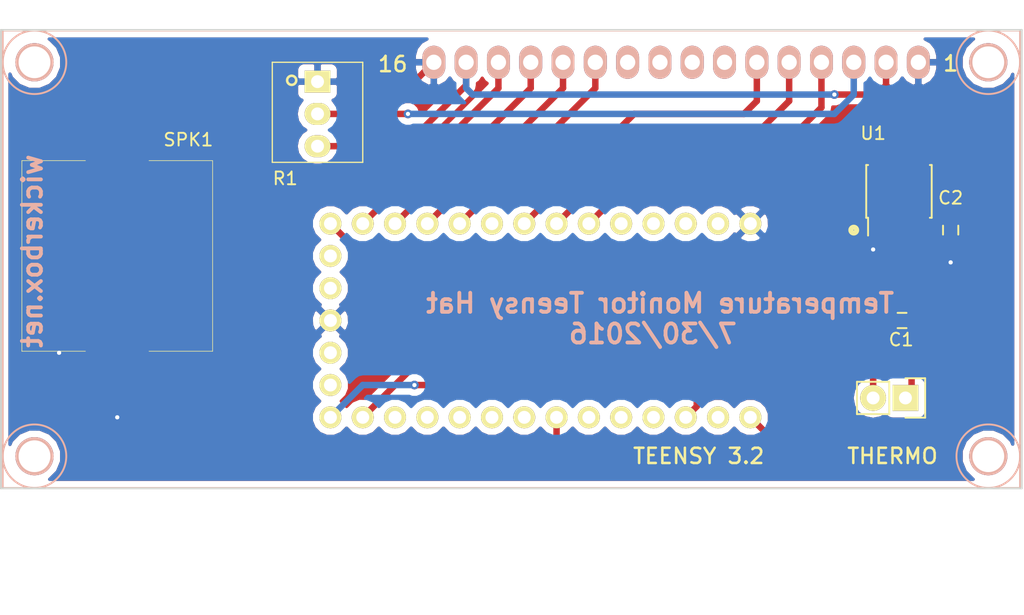
<source format=kicad_pcb>
(kicad_pcb (version 4) (host pcbnew 4.0.1-3.201512221402+6198~38~ubuntu14.04.1-stable)

  (general
    (links 29)
    (no_connects 1)
    (area 97.852159 74.854999 178.510001 123.265001)
    (thickness 1.6)
    (drawings 28)
    (tracks 102)
    (zones 0)
    (modules 8)
    (nets 18)
  )

  (page A4)
  (title_block
    (title "Temperature Monitor Teensy Hat")
    (date 2016-07-30)
    (rev v1.0)
    (company "Released under the CERN Open Hardware License v1.2")
    (comment 1 "wickerboxen@gmail.com - http://wickerbox.net")
    (comment 2 "Designed by Jenner at Wickerbox Electronics")
  )

  (layers
    (0 F.Cu signal)
    (31 B.Cu signal)
    (34 B.Paste user)
    (35 F.Paste user)
    (36 B.SilkS user)
    (37 F.SilkS user)
    (38 B.Mask user)
    (39 F.Mask user)
    (44 Edge.Cuts user)
    (46 B.CrtYd user)
    (47 F.CrtYd user)
    (48 B.Fab user)
    (49 F.Fab user)
  )

  (setup
    (last_trace_width 0.254)
    (user_trace_width 0.1524)
    (user_trace_width 0.254)
    (user_trace_width 0.3302)
    (user_trace_width 0.508)
    (user_trace_width 0.762)
    (user_trace_width 1.27)
    (trace_clearance 0.254)
    (zone_clearance 0.508)
    (zone_45_only no)
    (trace_min 0.1524)
    (segment_width 0.2)
    (edge_width 0.15)
    (via_size 0.6858)
    (via_drill 0.3302)
    (via_min_size 0.6858)
    (via_min_drill 0.3302)
    (user_via 0.6858 0.3302)
    (user_via 0.762 0.4064)
    (user_via 0.8636 0.508)
    (uvia_size 0.6858)
    (uvia_drill 0.3302)
    (uvias_allowed no)
    (uvia_min_size 0)
    (uvia_min_drill 0)
    (pcb_text_width 0.3)
    (pcb_text_size 1.5 1.5)
    (mod_edge_width 0.15)
    (mod_text_size 1 1)
    (mod_text_width 0.15)
    (pad_size 1.524 1.524)
    (pad_drill 0.762)
    (pad_to_mask_clearance 0.2)
    (aux_axis_origin 0 0)
    (visible_elements FFFEDF7D)
    (pcbplotparams
      (layerselection 0x20010_00000000)
      (usegerberextensions true)
      (excludeedgelayer true)
      (linewidth 0.100000)
      (plotframeref false)
      (viasonmask false)
      (mode 1)
      (useauxorigin false)
      (hpglpennumber 1)
      (hpglpenspeed 20)
      (hpglpendiameter 15)
      (hpglpenoverlay 2)
      (psnegative false)
      (psa4output false)
      (plotreference true)
      (plotvalue true)
      (plotinvisibletext false)
      (padsonsilk false)
      (subtractmaskfromsilk false)
      (outputformat 1)
      (mirror false)
      (drillshape 0)
      (scaleselection 1)
      (outputdirectory gerbers))
  )

  (net 0 "")
  (net 1 "Net-(C1-Pad1)")
  (net 2 "Net-(C1-Pad2)")
  (net 3 +3V3)
  (net 4 GND)
  (net 5 +5V)
  (net 6 "Net-(LCD1-Pad3)")
  (net 7 "Net-(J1-Pad4)")
  (net 8 "Net-(J1-Pad5)")
  (net 9 "Net-(J1-Pad6)")
  (net 10 "Net-(J1-Pad8)")
  (net 11 "Net-(J1-Pad9)")
  (net 12 "Net-(J1-Pad10)")
  (net 13 "Net-(J1-Pad11)")
  (net 14 "Net-(J1-Pad20)")
  (net 15 "Net-(J1-Pad13)")
  (net 16 "Net-(J1-Pad14)")
  (net 17 "Net-(J1-Pad12)")

  (net_class Default "This is the default net class."
    (clearance 0.254)
    (trace_width 0.254)
    (via_dia 0.6858)
    (via_drill 0.3302)
    (uvia_dia 0.6858)
    (uvia_drill 0.3302)
    (add_net +3V3)
    (add_net +5V)
    (add_net GND)
    (add_net "Net-(C1-Pad1)")
    (add_net "Net-(C1-Pad2)")
    (add_net "Net-(J1-Pad10)")
    (add_net "Net-(J1-Pad11)")
    (add_net "Net-(J1-Pad12)")
    (add_net "Net-(J1-Pad13)")
    (add_net "Net-(J1-Pad14)")
    (add_net "Net-(J1-Pad20)")
    (add_net "Net-(J1-Pad4)")
    (add_net "Net-(J1-Pad5)")
    (add_net "Net-(J1-Pad6)")
    (add_net "Net-(J1-Pad8)")
    (add_net "Net-(J1-Pad9)")
    (add_net "Net-(LCD1-Pad3)")
  )

  (module Wickerlib:SOIC-8-3.9x4.9MM-P1.27MM (layer F.Cu) (tedit 57903FBD) (tstamp 579D83C0)
    (at 168.656 89.916 90)
    (descr "8-Lead Plastic Small Outline (SN) - Narrow, 3.90 mm Body [SOIC] (see Microchip Packaging Specification 00000049BS.pdf)")
    (tags "SOIC 1.27")
    (path /579D6ED7)
    (attr smd)
    (fp_text reference U1 (at 0 -0.508 90) (layer F.Fab)
      (effects (font (size 1 1) (thickness 0.15)))
    )
    (fp_text value MAX31855 (at 0 1.27 90) (layer F.Fab) hide
      (effects (font (size 1 1) (thickness 0.15)))
    )
    (fp_circle (center -2.54 -2.032) (end -2.286 -2.032) (layer F.Fab) (width 0.2))
    (fp_text user %R (at 4.572 -2.032 180) (layer F.SilkS)
      (effects (font (size 1 1) (thickness 0.15)))
    )
    (fp_line (start -3.75 -2.75) (end -3.75 2.75) (layer F.CrtYd) (width 0.05))
    (fp_line (start 3.75 -2.75) (end 3.75 2.75) (layer F.CrtYd) (width 0.05))
    (fp_line (start -3.75 -2.75) (end 3.75 -2.75) (layer F.CrtYd) (width 0.05))
    (fp_line (start -3.75 2.75) (end 3.75 2.75) (layer F.CrtYd) (width 0.05))
    (fp_line (start -2.075 -2.575) (end -2.075 -2.43) (layer F.SilkS) (width 0.15))
    (fp_line (start 2.075 -2.575) (end 2.075 -2.43) (layer F.SilkS) (width 0.15))
    (fp_line (start 2.075 2.575) (end 2.075 2.43) (layer F.SilkS) (width 0.15))
    (fp_line (start -2.075 2.575) (end -2.075 2.43) (layer F.SilkS) (width 0.15))
    (fp_line (start -2.075 -2.575) (end 2.075 -2.575) (layer F.SilkS) (width 0.15))
    (fp_line (start -2.075 2.575) (end 2.075 2.575) (layer F.SilkS) (width 0.15))
    (fp_line (start -2.075 -2.43) (end -3.475 -2.43) (layer F.SilkS) (width 0.15))
    (fp_line (start 3.75 -2.75) (end 3.75 2.75) (layer F.Fab) (width 0.05))
    (fp_line (start -3.75 -2.75) (end 3.75 -2.75) (layer F.Fab) (width 0.05))
    (fp_line (start -3.75 2.75) (end 3.75 2.75) (layer F.Fab) (width 0.05))
    (fp_line (start -3.75 -2.75) (end -3.75 2.75) (layer F.Fab) (width 0.05))
    (pad 1 smd rect (at -2.7 -1.905 90) (size 1.55 0.6) (layers F.Cu F.Paste F.Mask)
      (net 4 GND))
    (pad 2 smd rect (at -2.7 -0.635 90) (size 1.55 0.6) (layers F.Cu F.Paste F.Mask)
      (net 2 "Net-(C1-Pad2)"))
    (pad 3 smd rect (at -2.7 0.635 90) (size 1.55 0.6) (layers F.Cu F.Paste F.Mask)
      (net 1 "Net-(C1-Pad1)"))
    (pad 4 smd rect (at -2.7 1.905 90) (size 1.55 0.6) (layers F.Cu F.Paste F.Mask)
      (net 3 +3V3))
    (pad 5 smd rect (at 2.7 1.905 90) (size 1.55 0.6) (layers F.Cu F.Paste F.Mask)
      (net 15 "Net-(J1-Pad13)"))
    (pad 6 smd rect (at 2.7 0.635 90) (size 1.55 0.6) (layers F.Cu F.Paste F.Mask)
      (net 16 "Net-(J1-Pad14)"))
    (pad 7 smd rect (at 2.7 -0.635 90) (size 1.55 0.6) (layers F.Cu F.Paste F.Mask)
      (net 17 "Net-(J1-Pad12)"))
    (pad 8 smd rect (at 2.7 -1.905 90) (size 1.55 0.6) (layers F.Cu F.Paste F.Mask))
  )

  (module Wickerlib:RLC-0603-SMD (layer F.Cu) (tedit 579029AB) (tstamp 579D834E)
    (at 168.898 100.076 180)
    (descr "Capacitor SMD RLC-0603-SMD, reflow soldering, AVX (see smccp.pdf)")
    (tags "capacitor RLC-0603-SMD")
    (path /579D70E2)
    (attr smd)
    (fp_text reference C1 (at 0.09 0.04 180) (layer F.Fab)
      (effects (font (size 0.8 0.8) (thickness 0.15)))
    )
    (fp_text value 100nF (at 0 1.9 180) (layer F.Fab) hide
      (effects (font (size 1 1) (thickness 0.15)))
    )
    (fp_text user %R (at 0.07 -1.51 180) (layer F.SilkS)
      (effects (font (size 1 1) (thickness 0.15)))
    )
    (fp_line (start -1.45 -0.75) (end 1.45 -0.75) (layer F.Fab) (width 0.05))
    (fp_line (start -1.45 0.75) (end 1.45 0.75) (layer F.CrtYd) (width 0.05))
    (fp_line (start -1.45 -0.75) (end -1.45 0.75) (layer F.CrtYd) (width 0.05))
    (fp_line (start 1.45 -0.75) (end 1.45 0.75) (layer F.CrtYd) (width 0.05))
    (fp_line (start -0.35 -0.6) (end 0.35 -0.6) (layer F.SilkS) (width 0.15))
    (fp_line (start 0.35 0.6) (end -0.35 0.6) (layer F.SilkS) (width 0.15))
    (fp_line (start -1.45 -0.75) (end 1.45 -0.75) (layer F.CrtYd) (width 0.05))
    (fp_line (start -1.45 -0.75) (end -1.45 0.75) (layer F.Fab) (width 0.05))
    (fp_line (start 1.45 -0.75) (end 1.45 0.75) (layer F.Fab) (width 0.05))
    (fp_line (start -1.45 0.75) (end 1.45 0.75) (layer F.Fab) (width 0.05))
    (pad 1 smd rect (at -0.75 0 180) (size 0.8 0.75) (layers F.Cu F.Paste F.Mask)
      (net 1 "Net-(C1-Pad1)"))
    (pad 2 smd rect (at 0.75 0 180) (size 0.8 0.75) (layers F.Cu F.Paste F.Mask)
      (net 2 "Net-(C1-Pad2)"))
  )

  (module Wickerlib:RLC-0603-SMD (layer F.Cu) (tedit 579029AB) (tstamp 579D8354)
    (at 172.72 92.964 270)
    (descr "Capacitor SMD RLC-0603-SMD, reflow soldering, AVX (see smccp.pdf)")
    (tags "capacitor RLC-0603-SMD")
    (path /579D7169)
    (attr smd)
    (fp_text reference C2 (at 0.09 0.04 270) (layer F.Fab)
      (effects (font (size 0.8 0.8) (thickness 0.15)))
    )
    (fp_text value 100nF (at 0 1.9 270) (layer F.Fab) hide
      (effects (font (size 1 1) (thickness 0.15)))
    )
    (fp_text user %R (at -2.54 0 360) (layer F.SilkS)
      (effects (font (size 1 1) (thickness 0.15)))
    )
    (fp_line (start -1.45 -0.75) (end 1.45 -0.75) (layer F.Fab) (width 0.05))
    (fp_line (start -1.45 0.75) (end 1.45 0.75) (layer F.CrtYd) (width 0.05))
    (fp_line (start -1.45 -0.75) (end -1.45 0.75) (layer F.CrtYd) (width 0.05))
    (fp_line (start 1.45 -0.75) (end 1.45 0.75) (layer F.CrtYd) (width 0.05))
    (fp_line (start -0.35 -0.6) (end 0.35 -0.6) (layer F.SilkS) (width 0.15))
    (fp_line (start 0.35 0.6) (end -0.35 0.6) (layer F.SilkS) (width 0.15))
    (fp_line (start -1.45 -0.75) (end 1.45 -0.75) (layer F.CrtYd) (width 0.05))
    (fp_line (start -1.45 -0.75) (end -1.45 0.75) (layer F.Fab) (width 0.05))
    (fp_line (start 1.45 -0.75) (end 1.45 0.75) (layer F.Fab) (width 0.05))
    (fp_line (start -1.45 0.75) (end 1.45 0.75) (layer F.Fab) (width 0.05))
    (pad 1 smd rect (at -0.75 0 270) (size 0.8 0.75) (layers F.Cu F.Paste F.Mask)
      (net 3 +3V3))
    (pad 2 smd rect (at 0.75 0 270) (size 0.8 0.75) (layers F.Cu F.Paste F.Mask)
      (net 4 GND))
  )

  (module Wickerlib:CONN-ONSHORE-SCREW-GREEN-2PIN-TH (layer F.Cu) (tedit 579D849E) (tstamp 579D837F)
    (at 169.164 106.172 270)
    (descr "Through hole pin header")
    (tags "pin header")
    (path /579D71A4)
    (fp_text reference J2 (at 0 1.27 270) (layer F.Fab)
      (effects (font (size 1 1) (thickness 0.15)))
    )
    (fp_text value THERMO (at -2.286 1.27 360) (layer F.Fab) hide
      (effects (font (size 1 1) (thickness 0.15)))
    )
    (fp_text user %R (at 0.508 -2.54 360) (layer F.SilkS) hide
      (effects (font (size 1 1) (thickness 0.15)))
    )
    (fp_line (start 1.27 1.27) (end 1.27 3.81) (layer F.SilkS) (width 0.15))
    (fp_line (start 1.55 -1.55) (end 1.55 0) (layer F.SilkS) (width 0.15))
    (fp_line (start -3.3 -1.75) (end -3.3 4.3) (layer F.CrtYd) (width 0.05))
    (fp_line (start 3.3 -1.75) (end 3.3 4.3) (layer F.CrtYd) (width 0.05))
    (fp_line (start -3.3 -1.75) (end 3.3 -1.74244) (layer F.CrtYd) (width 0.05))
    (fp_line (start -3.3 4.3) (end 3.3 4.3) (layer F.CrtYd) (width 0.05))
    (fp_line (start 1.27 1.27) (end -1.27 1.27) (layer F.SilkS) (width 0.15))
    (fp_line (start -1.55 0) (end -1.55 -1.55) (layer F.SilkS) (width 0.15))
    (fp_line (start -1.55 -1.55) (end 1.55 -1.55) (layer F.SilkS) (width 0.15))
    (fp_line (start -1.27 1.27) (end -1.27 3.81) (layer F.SilkS) (width 0.15))
    (fp_line (start -1.27 3.81) (end 1.27 3.81) (layer F.SilkS) (width 0.15))
    (fp_line (start -3.3 -1.75) (end 3.3 -1.74244) (layer F.Fab) (width 0.05))
    (fp_line (start -3.3 -1.75) (end -3.3 4.3) (layer F.Fab) (width 0.05))
    (fp_line (start 3.3 -1.75) (end 3.3 4.3) (layer F.Fab) (width 0.05))
    (fp_line (start -3.3 4.3) (end 3.3 4.3) (layer F.Fab) (width 0.05))
    (pad 1 thru_hole rect (at 0 0 270) (size 2.032 2.032) (drill 1.016) (layers *.Cu *.Mask F.SilkS)
      (net 1 "Net-(C1-Pad1)"))
    (pad 2 thru_hole oval (at 0 2.54 270) (size 2.032 2.032) (drill 1.016) (layers *.Cu *.Mask F.SilkS)
      (net 2 "Net-(C1-Pad2)"))
  )

  (module Wickerlib:LCD-1602A locked (layer B.Cu) (tedit 57902DAA) (tstamp 579D8397)
    (at 170.18 79.756 180)
    (descr http://www.kamami.pl/dl/wc1602a0.pdf)
    (tags "LCD 16x2 Alphanumeric 16pin")
    (path /579D6F47)
    (fp_text reference LCD1 (at 19.05 0 180) (layer B.Fab)
      (effects (font (size 1 1) (thickness 0.15)) (justify mirror))
    )
    (fp_text value LCD-MODULE-16X2-CHARACTER-1602A-CUSTOM1 (at 31.99892 -15.49908 180) (layer B.Fab) hide
      (effects (font (size 1 1) (thickness 0.15)) (justify mirror))
    )
    (fp_line (start 39.624 2.032) (end -1.524 2.032) (layer B.Fab) (width 0.05))
    (fp_line (start 39.624 -1.778) (end 39.624 2.032) (layer B.Fab) (width 0.05))
    (fp_line (start -1.524 -1.778) (end 39.624 -1.778) (layer B.Fab) (width 0.05))
    (fp_line (start -1.524 2.032) (end -1.524 -1.778) (layer B.Fab) (width 0.05))
    (fp_line (start -1.524 2.032) (end -1.524 1.778) (layer B.CrtYd) (width 0.05))
    (fp_line (start 39.624 2.032) (end -1.524 2.032) (layer B.CrtYd) (width 0.05))
    (fp_line (start 39.624 -1.778) (end 39.624 2.032) (layer B.CrtYd) (width 0.05))
    (fp_line (start -1.524 -1.778) (end 39.624 -1.778) (layer B.CrtYd) (width 0.05))
    (fp_line (start -1.524 1.778) (end -1.524 -1.778) (layer B.CrtYd) (width 0.05))
    (fp_circle (center 69.49948 0) (end 71.99884 0) (layer B.SilkS) (width 0.15))
    (fp_circle (center 69.49948 -31.0007) (end 71.99884 -31.0007) (layer B.SilkS) (width 0.15))
    (fp_circle (center -5.4991 -31.0007) (end -8.001 -31.0007) (layer B.SilkS) (width 0.15))
    (fp_circle (center -5.4991 0) (end -2.99974 0) (layer B.SilkS) (width 0.15))
    (fp_line (start -8.001 2.49936) (end 71.99884 2.49936) (layer B.SilkS) (width 0.15))
    (fp_line (start 71.99884 2.49936) (end 71.99884 -33.50006) (layer B.SilkS) (width 0.15))
    (fp_line (start 71.99884 -33.50006) (end -8.001 -33.50006) (layer B.SilkS) (width 0.15))
    (fp_line (start -8.001 -33.50006) (end -8.001 2.49936) (layer B.SilkS) (width 0.15))
    (pad 1 thru_hole oval (at 0 0 180) (size 1.8 2.6) (drill 1.2) (layers *.Cu *.Mask B.SilkS)
      (net 4 GND))
    (pad 2 thru_hole oval (at 2.54 0 180) (size 1.8 2.6) (drill 1.2) (layers *.Cu *.Mask B.SilkS)
      (net 5 +5V))
    (pad 3 thru_hole oval (at 5.08 0 180) (size 1.8 2.6) (drill 1.2) (layers *.Cu *.Mask B.SilkS)
      (net 6 "Net-(LCD1-Pad3)"))
    (pad 4 thru_hole oval (at 7.62 0 180) (size 1.8 2.6) (drill 1.2) (layers *.Cu *.Mask B.SilkS)
      (net 7 "Net-(J1-Pad4)"))
    (pad 5 thru_hole oval (at 10.16 0 180) (size 1.8 2.6) (drill 1.2) (layers *.Cu *.Mask B.SilkS)
      (net 8 "Net-(J1-Pad5)"))
    (pad 6 thru_hole oval (at 12.7 0 180) (size 1.8 2.6) (drill 1.2) (layers *.Cu *.Mask B.SilkS)
      (net 9 "Net-(J1-Pad6)"))
    (pad 7 thru_hole oval (at 15.24 0 180) (size 1.8 2.6) (drill 1.2) (layers *.Cu *.Mask B.SilkS))
    (pad 8 thru_hole oval (at 17.78 0 180) (size 1.8 2.6) (drill 1.2) (layers *.Cu *.Mask B.SilkS))
    (pad 9 thru_hole oval (at 20.32 0 180) (size 1.8 2.6) (drill 1.2) (layers *.Cu *.Mask B.SilkS))
    (pad 10 thru_hole oval (at 22.86 0 180) (size 1.8 2.6) (drill 1.2) (layers *.Cu *.Mask B.SilkS))
    (pad 11 thru_hole oval (at 25.4 0 180) (size 1.8 2.6) (drill 1.2) (layers *.Cu *.Mask B.SilkS)
      (net 10 "Net-(J1-Pad8)"))
    (pad 12 thru_hole oval (at 27.94 0 180) (size 1.8 2.6) (drill 1.2) (layers *.Cu *.Mask B.SilkS)
      (net 11 "Net-(J1-Pad9)"))
    (pad 13 thru_hole oval (at 30.48 0 180) (size 1.8 2.6) (drill 1.2) (layers *.Cu *.Mask B.SilkS)
      (net 12 "Net-(J1-Pad10)"))
    (pad 14 thru_hole oval (at 33.02 0 180) (size 1.8 2.6) (drill 1.2) (layers *.Cu *.Mask B.SilkS)
      (net 13 "Net-(J1-Pad11)"))
    (pad 15 thru_hole oval (at 35.56 0 180) (size 1.8 2.6) (drill 1.2) (layers *.Cu *.Mask B.SilkS)
      (net 5 +5V))
    (pad 16 thru_hole oval (at 38.1 0 180) (size 1.8 2.6) (drill 1.2) (layers *.Cu *.Mask B.SilkS)
      (net 4 GND))
    (pad 0 thru_hole circle (at -5.4991 0 180) (size 3 3) (drill 2.5) (layers *.Cu *.Mask B.SilkS))
    (pad 0 thru_hole circle (at -5.4991 -31.0007 180) (size 3 3) (drill 2.5) (layers *.Cu *.Mask B.SilkS))
    (pad 0 thru_hole circle (at 69.49948 -31.0007 180) (size 3 3) (drill 2.5) (layers *.Cu *.Mask B.SilkS))
    (pad 0 thru_hole circle (at 69.49948 0 180) (size 3 3) (drill 2.5) (layers *.Cu *.Mask B.SilkS))
  )

  (module Wickerlib:RES-TRIMPOT-BOURNS-3362-SQUARE-TH-CENTER (layer F.Cu) (tedit 5790459A) (tstamp 579D839E)
    (at 122.936 83.82)
    (descr "Through hole pin header")
    (tags "pin header")
    (path /579D7214)
    (fp_text reference R1 (at 0 0 90) (layer F.Fab)
      (effects (font (size 1 1) (thickness 0.15)))
    )
    (fp_text value 10K (at 0.508 0.254 90) (layer F.Fab) hide
      (effects (font (size 1 1) (thickness 0.15)))
    )
    (fp_line (start 3.556 -3.81) (end 3.556 -4.064) (layer F.SilkS) (width 0.1016))
    (fp_line (start 3.556 3.81) (end 3.556 -3.81) (layer F.SilkS) (width 0.1016))
    (fp_line (start -3.556 3.81) (end 3.556 3.81) (layer F.SilkS) (width 0.1016))
    (fp_line (start -3.556 -4.064) (end -3.556 3.81) (layer F.SilkS) (width 0.1016))
    (fp_line (start 3.556 -4.064) (end -3.556 -4.064) (layer F.SilkS) (width 0.1016))
    (fp_circle (center 0 -2.54) (end 0.254 -2.286) (layer F.Fab) (width 0.2))
    (fp_text user %R (at -2.54 5.08) (layer F.SilkS)
      (effects (font (size 1 1) (thickness 0.15)))
    )
    (fp_line (start 3.556 3.81) (end 3.556 -4.064) (layer F.Fab) (width 0.05))
    (fp_line (start -3.556 3.81) (end 3.556 3.81) (layer F.Fab) (width 0.05))
    (fp_line (start -3.556 -4.064) (end -3.556 3.81) (layer F.Fab) (width 0.05))
    (fp_line (start 3.556 -4.064) (end -3.556 -4.064) (layer F.Fab) (width 0.05))
    (fp_circle (center -2.032 -2.64521) (end -1.778 -2.39121) (layer F.SilkS) (width 0.2))
    (pad 1 thru_hole rect (at 0 -2.54) (size 2.032 1.7272) (drill 1.016) (layers *.Cu *.Mask F.SilkS)
      (net 4 GND))
    (pad 2 thru_hole oval (at 0 0) (size 2.032 1.7272) (drill 1.016) (layers *.Cu *.Mask F.SilkS)
      (net 6 "Net-(LCD1-Pad3)"))
    (pad 3 thru_hole oval (at 0 2.54) (size 2.032 1.7272) (drill 1.016) (layers *.Cu *.Mask F.SilkS)
      (net 5 +5V))
  )

  (module Wickerlib:SPEAKER-CMT-1603 (layer F.Cu) (tedit 579D801C) (tstamp 579D83B4)
    (at 107.188 94.996 270)
    (path /579DDEDD)
    (fp_text reference SPK1 (at 0 0 270) (layer F.Fab)
      (effects (font (size 1 1) (thickness 0.15)))
    )
    (fp_text value BUZZER (at 0 0 270) (layer F.Fab) hide
      (effects (font (size 1 1) (thickness 0.15)))
    )
    (fp_line (start 7.5 7.5) (end 7.5 2.5) (layer F.SilkS) (width 0.05))
    (fp_line (start -7.5 7.5) (end 7.5 7.5) (layer F.SilkS) (width 0.05))
    (fp_line (start -7.5 2.5) (end -7.5 7.5) (layer F.SilkS) (width 0.05))
    (fp_line (start -7.5 -7.5) (end -7.5 -2.5) (layer F.SilkS) (width 0.05))
    (fp_line (start 7.5 -7.5) (end -7.5 -7.5) (layer F.SilkS) (width 0.05))
    (fp_line (start 7.5 -2.5) (end 7.5 -7.5) (layer F.SilkS) (width 0.05))
    (fp_line (start 11.5 -8) (end 11 -8) (layer F.CrtYd) (width 0.05))
    (fp_line (start 11.5 8) (end 11.5 -8) (layer F.CrtYd) (width 0.05))
    (fp_line (start -11.5 8) (end 11.5 8) (layer F.CrtYd) (width 0.05))
    (fp_line (start -11.5 -8) (end -11.5 8) (layer F.CrtYd) (width 0.05))
    (fp_line (start 11 -8) (end -11.5 -8) (layer F.CrtYd) (width 0.05))
    (fp_text user %R (at -9.144 -5.588 360) (layer F.SilkS)
      (effects (font (size 1 1) (thickness 0.15)))
    )
    (fp_line (start -11 -7.5) (end -11 7.5) (layer F.Fab) (width 0.05))
    (fp_line (start 11 -7.5) (end -11 -7.5) (layer F.Fab) (width 0.05))
    (fp_line (start 11 7.5) (end 11 -7.5) (layer F.Fab) (width 0.05))
    (fp_line (start -11 7.5) (end 11 7.5) (layer F.Fab) (width 0.05))
    (pad 1 smd rect (at -7.65 0 270) (size 5.7 4.3) (layers F.Cu F.Paste F.Mask)
      (net 14 "Net-(J1-Pad20)"))
    (pad 2 smd rect (at 7.5 0 270) (size 5.7 4.3) (layers F.Cu F.Paste F.Mask)
      (net 4 GND))
  )

  (module Wickerlib:TEENSY-3.2-NOSILK (layer F.Cu) (tedit 579D85CE) (tstamp 579D8B79)
    (at 146.812 102.616 270)
    (path /579D6E55)
    (fp_text reference J1 (at -2 0 270) (layer F.Fab)
      (effects (font (size 1 1) (thickness 0.15)))
    )
    (fp_text value TEENSY3.2-72MHz (at -2.54 20.32 270) (layer F.Fab) hide
      (effects (font (size 1 1) (thickness 0.15)))
    )
    (fp_line (start 0 -9.5) (end 0 -11.5) (layer F.Fab) (width 0.05))
    (fp_line (start -4.5 -9.5) (end 0 -9.5) (layer F.Fab) (width 0.05))
    (fp_line (start -4.5 -11.5) (end -4.5 -9.5) (layer F.Fab) (width 0.05))
    (fp_line (start -11.5 24) (end 6.5 24) (layer F.Fab) (width 0.05))
    (fp_line (start -11.5 -11.5) (end -11.5 24) (layer F.Fab) (width 0.05))
    (fp_line (start 6.5 -11.5) (end -11.5 -11.5) (layer F.Fab) (width 0.05))
    (fp_line (start 6.5 24) (end 6.5 -11.5) (layer F.Fab) (width 0.05))
    (fp_text user %R (at 2.54 25.4 270) (layer F.SilkS) hide
      (effects (font (size 1 1) (thickness 0.15)))
    )
    (fp_line (start -11.43 24.13) (end 6.35 24.13) (layer F.CrtYd) (width 0.1524))
    (fp_line (start -11.43 -11.43) (end -11.43 24.13) (layer F.CrtYd) (width 0.1524))
    (fp_line (start 6.35 -11.43) (end -11.43 -11.43) (layer F.CrtYd) (width 0.1524))
    (fp_line (start 6.35 24.13) (end 6.35 -11.43) (layer F.CrtYd) (width 0.1524))
    (pad G1 thru_hole circle (at -10.16 -10.16 270) (size 1.7272 1.7272) (drill 1.016) (layers *.Cu *.Mask F.SilkS)
      (net 4 GND))
    (pad 0 thru_hole circle (at -10.16 -7.62 270) (size 1.7272 1.7272) (drill 1.016) (layers *.Cu *.Mask F.SilkS))
    (pad 1 thru_hole circle (at -10.16 -5.08 270) (size 1.7272 1.7272) (drill 1.016) (layers *.Cu *.Mask F.SilkS))
    (pad 2 thru_hole circle (at -10.16 -2.54 270) (size 1.7272 1.7272) (drill 1.016) (layers *.Cu *.Mask F.SilkS))
    (pad 3 thru_hole circle (at -10.16 0 270) (size 1.7272 1.7272) (drill 1.016) (layers *.Cu *.Mask F.SilkS))
    (pad 4 thru_hole circle (at -10.16 2.54 270) (size 1.7272 1.7272) (drill 1.016) (layers *.Cu *.Mask F.SilkS)
      (net 7 "Net-(J1-Pad4)"))
    (pad 5 thru_hole circle (at -10.16 5.08 270) (size 1.7272 1.7272) (drill 1.016) (layers *.Cu *.Mask F.SilkS)
      (net 8 "Net-(J1-Pad5)"))
    (pad 6 thru_hole circle (at -10.16 7.62 270) (size 1.7272 1.7272) (drill 1.016) (layers *.Cu *.Mask F.SilkS)
      (net 9 "Net-(J1-Pad6)"))
    (pad 7 thru_hole circle (at -10.16 10.16 270) (size 1.7272 1.7272) (drill 1.016) (layers *.Cu *.Mask F.SilkS))
    (pad 8 thru_hole circle (at -10.16 12.7 270) (size 1.7272 1.7272) (drill 1.016) (layers *.Cu *.Mask F.SilkS)
      (net 10 "Net-(J1-Pad8)"))
    (pad 9 thru_hole circle (at -10.16 15.24 270) (size 1.7272 1.7272) (drill 1.016) (layers *.Cu *.Mask F.SilkS)
      (net 11 "Net-(J1-Pad9)"))
    (pad 10 thru_hole circle (at -10.16 17.78 270) (size 1.7272 1.7272) (drill 1.016) (layers *.Cu *.Mask F.SilkS)
      (net 12 "Net-(J1-Pad10)"))
    (pad 11 thru_hole circle (at -10.16 20.32 270) (size 1.7272 1.7272) (drill 1.016) (layers *.Cu *.Mask F.SilkS)
      (net 13 "Net-(J1-Pad11)"))
    (pad 12 thru_hole circle (at -10.16 22.86 270) (size 1.7272 1.7272) (drill 1.016) (layers *.Cu *.Mask F.SilkS)
      (net 17 "Net-(J1-Pad12)"))
    (pad VBAT thru_hole circle (at -7.62 22.86 270) (size 1.7272 1.7272) (drill 1.016) (layers *.Cu *.Mask F.SilkS))
    (pad 3V1 thru_hole circle (at -5.08 22.86 270) (size 1.7272 1.7272) (drill 1.016) (layers *.Cu *.Mask F.SilkS)
      (net 3 +3V3))
    (pad G2 thru_hole circle (at -2.54 22.86 270) (size 1.7272 1.7272) (drill 1.016) (layers *.Cu *.Mask F.SilkS)
      (net 4 GND))
    (pad PGM thru_hole circle (at 0 22.86 270) (size 1.7272 1.7272) (drill 1.016) (layers *.Cu *.Mask F.SilkS))
    (pad DAC thru_hole circle (at 2.54 22.86 270) (size 1.7272 1.7272) (drill 1.016) (layers *.Cu *.Mask F.SilkS))
    (pad 13 thru_hole circle (at 5.08 22.86 270) (size 1.7272 1.7272) (drill 1.016) (layers *.Cu *.Mask F.SilkS)
      (net 15 "Net-(J1-Pad13)"))
    (pad 16 thru_hole circle (at 5.08 15.24 270) (size 1.7272 1.7272) (drill 1.016) (layers *.Cu *.Mask F.SilkS))
    (pad 3V2 thru_hole circle (at 5.08 -5.08 270) (size 1.7272 1.7272) (drill 1.016) (layers *.Cu *.Mask F.SilkS)
      (net 3 +3V3))
    (pad 18 thru_hole circle (at 5.08 10.16 270) (size 1.7272 1.7272) (drill 1.016) (layers *.Cu *.Mask F.SilkS))
    (pad 17 thru_hole circle (at 5.08 12.7 270) (size 1.7272 1.7272) (drill 1.016) (layers *.Cu *.Mask F.SilkS))
    (pad AG thru_hole circle (at 5.08 -7.62 270) (size 1.7272 1.7272) (drill 1.016) (layers *.Cu *.Mask F.SilkS))
    (pad 22 thru_hole circle (at 5.08 0 270) (size 1.7272 1.7272) (drill 1.016) (layers *.Cu *.Mask F.SilkS))
    (pad VIN thru_hole circle (at 5.08 -10.16 270) (size 1.7272 1.7272) (drill 1.016) (layers *.Cu *.Mask F.SilkS)
      (net 5 +5V))
    (pad 21 thru_hole circle (at 5.08 2.54 270) (size 1.7272 1.7272) (drill 1.016) (layers *.Cu *.Mask F.SilkS))
    (pad 20 thru_hole circle (at 5.08 5.08 270) (size 1.7272 1.7272) (drill 1.016) (layers *.Cu *.Mask F.SilkS)
      (net 14 "Net-(J1-Pad20)"))
    (pad 19 thru_hole circle (at 5.08 7.62 270) (size 1.7272 1.7272) (drill 1.016) (layers *.Cu *.Mask F.SilkS))
    (pad 23 thru_hole circle (at 5.08 -2.54 270) (size 1.7272 1.7272) (drill 1.016) (layers *.Cu *.Mask F.SilkS))
    (pad 14 thru_hole circle (at 5.08 20.32 270) (size 1.7272 1.7272) (drill 1.016) (layers *.Cu *.Mask F.SilkS)
      (net 16 "Net-(J1-Pad14)"))
    (pad 15 thru_hole circle (at 5.08 17.78 270) (size 1.7272 1.7272) (drill 1.016) (layers *.Cu *.Mask F.SilkS))
  )

  (gr_text wickerbox.net (at 100.5078 94.615 90) (layer B.SilkS)
    (effects (font (size 1.5 1.5) (thickness 0.3)) (justify mirror))
  )
  (gr_text "Temperature Monitor Teensy Hat \n7/30/2016" (at 149.3012 99.9236) (layer B.SilkS)
    (effects (font (size 1.5 1.5) (thickness 0.3)) (justify mirror))
  )
  (gr_text 1 (at 172.72 79.8576) (layer F.SilkS) (tstamp 579D8C23)
    (effects (font (size 1.2 1.2) (thickness 0.2)))
  )
  (gr_text 16 (at 128.8542 79.9084) (layer F.SilkS) (tstamp 579D8C1C)
    (effects (font (size 1.2 1.2) (thickness 0.2)))
  )
  (gr_circle (center 165.1 92.964) (end 165.3032 93.0656) (layer F.SilkS) (width 0.4))
  (gr_text "TEENSY 3.2" (at 152.908 110.744) (layer F.SilkS) (tstamp 579D8BF3)
    (effects (font (size 1.2 1.2) (thickness 0.2)))
  )
  (gr_text THERMO (at 168.148 110.744) (layer F.SilkS)
    (effects (font (size 1.2 1.2) (thickness 0.2)))
  )
  (gr_line (start 98.044 77.216) (end 178.308 77.216) (layer Edge.Cuts) (width 0.15))
  (gr_line (start 98.044 113.284) (end 98.044 77.216) (layer Edge.Cuts) (width 0.15))
  (gr_line (start 178.308 113.284) (end 98.044 113.284) (layer Edge.Cuts) (width 0.15))
  (gr_line (start 178.308 77.216) (end 178.308 113.284) (layer Edge.Cuts) (width 0.15))
  (gr_circle (center 117.348 76.962) (end 118.618 76.962) (layer Dwgs.User) (width 0.15))
  (gr_line (start 114.427 78.994) (end 114.427 74.93) (angle 90) (layer Dwgs.User) (width 0.15))
  (gr_line (start 120.269 78.994) (end 114.427 78.994) (angle 90) (layer Dwgs.User) (width 0.15))
  (gr_line (start 120.269 74.93) (end 120.269 78.994) (angle 90) (layer Dwgs.User) (width 0.15))
  (gr_line (start 114.427 74.93) (end 120.269 74.93) (angle 90) (layer Dwgs.User) (width 0.15))
  (gr_line (start 120.523 93.98) (end 104.648 93.98) (angle 90) (layer Dwgs.User) (width 0.15))
  (gr_line (start 173.355 102.235) (end 173.355 94.615) (angle 90) (layer Dwgs.User) (width 0.15))
  (gr_line (start 178.435 102.235) (end 173.355 102.235) (angle 90) (layer Dwgs.User) (width 0.15))
  (gr_line (start 178.435 94.615) (end 178.435 102.235) (angle 90) (layer Dwgs.User) (width 0.15))
  (gr_line (start 173.355 94.615) (end 178.435 94.615) (angle 90) (layer Dwgs.User) (width 0.15))
  (gr_line (start 109.093 123.19) (end 109.093 114.3) (angle 90) (layer Dwgs.User) (width 0.15))
  (gr_line (start 122.428 123.19) (end 109.093 123.19) (angle 90) (layer Dwgs.User) (width 0.15))
  (gr_line (start 122.428 114.3) (end 122.428 123.19) (angle 90) (layer Dwgs.User) (width 0.15))
  (gr_line (start 109.093 114.3) (end 122.428 114.3) (angle 90) (layer Dwgs.User) (width 0.15))
  (gr_line (start 104.648 93.98) (end 104.648 82.55) (angle 90) (layer Dwgs.User) (width 0.15))
  (gr_line (start 120.523 82.55) (end 120.523 93.98) (angle 90) (layer Dwgs.User) (width 0.15))
  (gr_line (start 104.648 82.55) (end 120.523 82.55) (angle 90) (layer Dwgs.User) (width 0.15))

  (segment (start 169.291 92.616) (end 169.291 99.719) (width 0.508) (layer F.Cu) (net 1))
  (segment (start 169.291 99.719) (end 169.648 100.076) (width 0.508) (layer F.Cu) (net 1))
  (segment (start 169.648 100.076) (end 169.648 105.688) (width 0.508) (layer F.Cu) (net 1))
  (segment (start 169.648 105.688) (end 169.164 106.172) (width 0.508) (layer F.Cu) (net 1))
  (segment (start 168.148 100.076) (end 168.148 92.743) (width 0.508) (layer F.Cu) (net 2))
  (segment (start 168.148 92.743) (end 168.021 92.616) (width 0.508) (layer F.Cu) (net 2))
  (segment (start 168.148 100.076) (end 168.148 100.959) (width 0.508) (layer F.Cu) (net 2))
  (segment (start 168.148 100.959) (end 166.624 102.483) (width 0.508) (layer F.Cu) (net 2))
  (segment (start 166.624 102.483) (end 166.624 104.73516) (width 0.508) (layer F.Cu) (net 2))
  (segment (start 166.624 104.73516) (end 166.624 106.172) (width 0.508) (layer F.Cu) (net 2))
  (segment (start 172.72 92.214) (end 170.963 92.214) (width 0.508) (layer F.Cu) (net 3))
  (segment (start 170.963 92.214) (end 170.561 92.616) (width 0.508) (layer F.Cu) (net 3))
  (segment (start 169.672 90.424) (end 170.561 91.313) (width 0.508) (layer F.Cu) (net 3))
  (segment (start 170.561 91.313) (end 170.561 92.616) (width 0.508) (layer F.Cu) (net 3))
  (segment (start 166.624 90.424) (end 169.672 90.424) (width 0.508) (layer F.Cu) (net 3))
  (segment (start 152.755599 104.292401) (end 166.624 90.424) (width 0.508) (layer F.Cu) (net 3))
  (segment (start 151.892 107.696) (end 152.755599 106.832401) (width 0.508) (layer F.Cu) (net 3))
  (segment (start 152.755599 106.832401) (end 152.755599 104.292401) (width 0.508) (layer F.Cu) (net 3))
  (segment (start 102.736 102.496) (end 102.616 102.616) (width 0.508) (layer F.Cu) (net 4))
  (via (at 102.616 102.616) (size 0.6858) (drill 0.3302) (layers F.Cu B.Cu) (net 4))
  (segment (start 107.188 102.496) (end 102.736 102.496) (width 0.508) (layer F.Cu) (net 4))
  (via (at 107.188 107.696) (size 0.6858) (drill 0.3302) (layers F.Cu B.Cu) (net 4))
  (segment (start 107.188 102.496) (end 107.188 107.696) (width 0.508) (layer F.Cu) (net 4))
  (segment (start 166.751 92.616) (end 166.751 94.361) (width 0.508) (layer F.Cu) (net 4))
  (segment (start 166.751 94.361) (end 166.624 94.488) (width 0.508) (layer F.Cu) (net 4))
  (via (at 166.624 94.488) (size 0.6858) (drill 0.3302) (layers F.Cu B.Cu) (net 4))
  (via (at 172.72 95.504) (size 0.6858) (drill 0.3302) (layers F.Cu B.Cu) (net 4))
  (segment (start 172.72 93.714) (end 172.72 95.504) (width 0.508) (layer F.Cu) (net 4))
  (segment (start 122.936 81.28) (end 130.556 81.28) (width 0.508) (layer F.Cu) (net 4))
  (segment (start 130.556 81.28) (end 132.08 79.756) (width 0.508) (layer F.Cu) (net 4))
  (segment (start 135.128 82.296) (end 134.62 81.788) (width 0.508) (layer B.Cu) (net 5))
  (segment (start 134.62 81.788) (end 134.62 79.756) (width 0.508) (layer B.Cu) (net 5))
  (segment (start 163.576 82.296) (end 135.128 82.296) (width 0.508) (layer B.Cu) (net 5))
  (segment (start 166.908 82.296) (end 163.576 82.296) (width 0.508) (layer F.Cu) (net 5))
  (via (at 163.576 82.296) (size 0.6858) (drill 0.3302) (layers F.Cu B.Cu) (net 5))
  (segment (start 167.64 81.564) (end 166.908 82.296) (width 0.508) (layer F.Cu) (net 5))
  (segment (start 170.688 110.236) (end 159.512 110.236) (width 0.508) (layer F.Cu) (net 5))
  (segment (start 159.512 110.236) (end 156.972 107.696) (width 0.508) (layer F.Cu) (net 5))
  (segment (start 175.768 105.156) (end 170.688 110.236) (width 0.508) (layer F.Cu) (net 5))
  (segment (start 175.768 88.9) (end 175.768 105.156) (width 0.508) (layer F.Cu) (net 5))
  (segment (start 172.212 85.344) (end 175.768 88.9) (width 0.508) (layer F.Cu) (net 5))
  (segment (start 171.42 85.344) (end 172.212 85.344) (width 0.508) (layer F.Cu) (net 5))
  (segment (start 167.64 79.756) (end 167.64 81.564) (width 0.508) (layer F.Cu) (net 5))
  (segment (start 167.64 81.564) (end 171.42 85.344) (width 0.508) (layer F.Cu) (net 5))
  (segment (start 134.62 79.756) (end 134.62 81.564) (width 0.508) (layer F.Cu) (net 5))
  (segment (start 134.62 81.564) (end 129.824 86.36) (width 0.508) (layer F.Cu) (net 5))
  (segment (start 129.824 86.36) (end 124.46 86.36) (width 0.508) (layer F.Cu) (net 5))
  (segment (start 124.46 86.36) (end 122.936 86.36) (width 0.508) (layer F.Cu) (net 5))
  (segment (start 163.576 83.82) (end 165.1 82.296) (width 0.508) (layer B.Cu) (net 6))
  (segment (start 165.1 82.296) (end 165.1 79.756) (width 0.508) (layer B.Cu) (net 6))
  (segment (start 130.048 83.82) (end 163.576 83.82) (width 0.508) (layer B.Cu) (net 6))
  (segment (start 122.936 83.82) (end 130.048 83.82) (width 0.508) (layer F.Cu) (net 6))
  (via (at 130.048 83.82) (size 0.6858) (drill 0.3302) (layers F.Cu B.Cu) (net 6))
  (segment (start 159.512 86.36) (end 162.56 83.312) (width 0.508) (layer F.Cu) (net 7))
  (segment (start 162.56 83.312) (end 162.56 79.756) (width 0.508) (layer F.Cu) (net 7))
  (segment (start 150.368 86.36) (end 159.512 86.36) (width 0.508) (layer F.Cu) (net 7))
  (segment (start 144.272 92.456) (end 150.368 86.36) (width 0.508) (layer F.Cu) (net 7))
  (segment (start 157.48 85.344) (end 160.02 82.804) (width 0.508) (layer F.Cu) (net 8))
  (segment (start 160.02 82.804) (end 160.02 79.756) (width 0.508) (layer F.Cu) (net 8))
  (segment (start 148.844 85.344) (end 157.48 85.344) (width 0.508) (layer F.Cu) (net 8))
  (segment (start 141.732 92.456) (end 148.844 85.344) (width 0.508) (layer F.Cu) (net 8))
  (segment (start 156.464 83.82) (end 157.48 82.804) (width 0.508) (layer F.Cu) (net 9))
  (segment (start 157.48 82.804) (end 157.48 79.756) (width 0.508) (layer F.Cu) (net 9))
  (segment (start 147.828 83.82) (end 156.464 83.82) (width 0.508) (layer F.Cu) (net 9))
  (segment (start 139.192 92.456) (end 147.828 83.82) (width 0.508) (layer F.Cu) (net 9))
  (segment (start 134.112 92.456) (end 144.78 81.788) (width 0.508) (layer F.Cu) (net 10))
  (segment (start 144.78 81.788) (end 144.78 79.756) (width 0.508) (layer F.Cu) (net 10))
  (segment (start 131.572 92.456) (end 142.24 81.788) (width 0.508) (layer F.Cu) (net 11))
  (segment (start 142.24 81.788) (end 142.24 79.756) (width 0.508) (layer F.Cu) (net 11))
  (segment (start 139.7 81.788) (end 139.7 79.756) (width 0.508) (layer F.Cu) (net 12))
  (segment (start 129.032 92.456) (end 139.7 81.788) (width 0.508) (layer F.Cu) (net 12))
  (segment (start 126.492 92.456) (end 137.16 81.788) (width 0.508) (layer F.Cu) (net 13))
  (segment (start 137.16 81.788) (end 137.16 79.756) (width 0.508) (layer F.Cu) (net 13))
  (segment (start 140.716 110.744) (end 141.732 109.728) (width 0.508) (layer F.Cu) (net 14))
  (segment (start 141.732 109.728) (end 141.732 107.696) (width 0.508) (layer F.Cu) (net 14))
  (segment (start 121.92 110.744) (end 140.716 110.744) (width 0.508) (layer F.Cu) (net 14))
  (segment (start 119.38 108.204) (end 121.92 110.744) (width 0.508) (layer F.Cu) (net 14))
  (segment (start 119.38 100.238) (end 119.38 108.204) (width 0.508) (layer F.Cu) (net 14))
  (segment (start 107.188 87.346) (end 107.188 88.046) (width 0.508) (layer F.Cu) (net 14))
  (segment (start 107.188 88.046) (end 119.38 100.238) (width 0.508) (layer F.Cu) (net 14))
  (segment (start 169.398011 89.661989) (end 170.561 88.499) (width 0.508) (layer F.Cu) (net 15))
  (segment (start 166.308365 89.661989) (end 169.398011 89.661989) (width 0.508) (layer F.Cu) (net 15))
  (segment (start 130.556 105.156) (end 150.814354 105.156) (width 0.508) (layer F.Cu) (net 15))
  (segment (start 170.561 88.499) (end 170.561 87.216) (width 0.508) (layer F.Cu) (net 15))
  (segment (start 150.814354 105.156) (end 166.308365 89.661989) (width 0.508) (layer F.Cu) (net 15))
  (via (at 130.556 105.156) (size 0.6858) (drill 0.3302) (layers F.Cu B.Cu) (net 15))
  (segment (start 126.492 105.156) (end 130.556 105.156) (width 0.508) (layer B.Cu) (net 15))
  (segment (start 123.952 107.696) (end 126.492 105.156) (width 0.508) (layer B.Cu) (net 15))
  (segment (start 168.890022 88.899978) (end 169.291 88.499) (width 0.508) (layer F.Cu) (net 16))
  (segment (start 165.608022 88.899978) (end 168.890022 88.899978) (width 0.508) (layer F.Cu) (net 16))
  (segment (start 135.636 98.552) (end 155.956 98.552) (width 0.508) (layer F.Cu) (net 16))
  (segment (start 126.492 107.696) (end 135.636 98.552) (width 0.508) (layer F.Cu) (net 16))
  (segment (start 155.956 98.552) (end 165.608022 88.899978) (width 0.508) (layer F.Cu) (net 16))
  (segment (start 169.291 88.499) (end 169.291 87.216) (width 0.508) (layer F.Cu) (net 16))
  (segment (start 165.1 85.852) (end 166.116 84.836) (width 0.508) (layer F.Cu) (net 17))
  (segment (start 165.1 85.852) (end 165.1 87.376) (width 0.508) (layer F.Cu) (net 17))
  (segment (start 166.924 84.836) (end 166.116 84.836) (width 0.508) (layer F.Cu) (net 17))
  (segment (start 168.021 87.216) (end 168.021 85.933) (width 0.508) (layer F.Cu) (net 17))
  (segment (start 168.021 85.933) (end 166.924 84.836) (width 0.508) (layer F.Cu) (net 17))
  (segment (start 123.952 92.456) (end 125.984 94.488) (width 0.508) (layer F.Cu) (net 17))
  (segment (start 125.984 94.488) (end 157.988 94.488) (width 0.508) (layer F.Cu) (net 17))
  (segment (start 157.988 94.488) (end 165.1 87.376) (width 0.508) (layer F.Cu) (net 17))

  (zone (net 4) (net_name GND) (layer F.Cu) (tstamp 0) (hatch edge 0.508)
    (connect_pads (clearance 0.508))
    (min_thickness 0.254)
    (fill yes (arc_segments 16) (thermal_gap 0.508) (thermal_bridge_width 0.508))
    (polygon
      (pts
        (xy 178.308 77.216) (xy 178.308 113.284) (xy 98.044 113.284) (xy 98.044 77.216)
      )
    )
    (filled_polygon
      (pts
        (xy 131.084394 78.180788) (xy 130.710446 78.651248) (xy 130.545 79.229) (xy 130.545 79.629) (xy 131.953 79.629)
        (xy 131.953 79.609) (xy 132.207 79.609) (xy 132.207 79.629) (xy 132.227 79.629) (xy 132.227 79.883)
        (xy 132.207 79.883) (xy 132.207 81.526378) (xy 132.44474 81.647036) (xy 132.550086 81.622756) (xy 133.075606 81.331212)
        (xy 133.343808 80.99379) (xy 133.534591 81.279318) (xy 133.602243 81.324521) (xy 131.02583 83.900934) (xy 131.026069 83.626337)
        (xy 130.877507 83.266788) (xy 130.602659 82.99146) (xy 130.24337 82.84227) (xy 129.854337 82.841931) (xy 129.638773 82.931)
        (xy 124.294453 82.931) (xy 124.180415 82.76033) (xy 124.15822 82.7455) (xy 124.311698 82.681927) (xy 124.490327 82.503299)
        (xy 124.587 82.26991) (xy 124.587 81.56575) (xy 124.42825 81.407) (xy 123.063 81.407) (xy 123.063 81.427)
        (xy 122.809 81.427) (xy 122.809 81.407) (xy 121.44375 81.407) (xy 121.285 81.56575) (xy 121.285 82.26991)
        (xy 121.381673 82.503299) (xy 121.560302 82.681927) (xy 121.71378 82.7455) (xy 121.691585 82.76033) (xy 121.366729 83.246511)
        (xy 121.252655 83.82) (xy 121.366729 84.393489) (xy 121.691585 84.87967) (xy 122.006366 85.09) (xy 121.691585 85.30033)
        (xy 121.366729 85.786511) (xy 121.252655 86.36) (xy 121.366729 86.933489) (xy 121.691585 87.41967) (xy 122.177766 87.744526)
        (xy 122.751255 87.8586) (xy 123.120745 87.8586) (xy 123.694234 87.744526) (xy 124.180415 87.41967) (xy 124.294453 87.249)
        (xy 129.824 87.249) (xy 130.164206 87.181329) (xy 130.452618 86.988618) (xy 135.248618 82.192618) (xy 135.441329 81.904206)
        (xy 135.509 81.564) (xy 135.509 81.410554) (xy 135.705409 81.279318) (xy 135.89 81.003058) (xy 136.074591 81.279318)
        (xy 136.271 81.410554) (xy 136.271 81.419764) (xy 126.733154 90.95761) (xy 126.195218 90.957141) (xy 125.64422 91.184808)
        (xy 125.22229 91.606003) (xy 125.221905 91.606931) (xy 124.801997 91.18629) (xy 124.251398 90.957661) (xy 123.655218 90.957141)
        (xy 123.10422 91.184808) (xy 122.68229 91.606003) (xy 122.453661 92.156602) (xy 122.453141 92.752782) (xy 122.680808 93.30378)
        (xy 123.102003 93.72571) (xy 123.102931 93.726095) (xy 122.68229 94.146003) (xy 122.453661 94.696602) (xy 122.453141 95.292782)
        (xy 122.680808 95.84378) (xy 123.102003 96.26571) (xy 123.102931 96.266095) (xy 122.68229 96.686003) (xy 122.453661 97.236602)
        (xy 122.453141 97.832782) (xy 122.680808 98.38378) (xy 123.102003 98.80571) (xy 123.142537 98.822541) (xy 123.0778 99.022195)
        (xy 123.952 99.896395) (xy 124.8262 99.022195) (xy 124.761601 98.822967) (xy 124.79978 98.807192) (xy 125.22171 98.385997)
        (xy 125.450339 97.835398) (xy 125.450859 97.239218) (xy 125.223192 96.68822) (xy 124.801997 96.26629) (xy 124.801069 96.265905)
        (xy 125.22171 95.845997) (xy 125.450339 95.295398) (xy 125.45044 95.180134) (xy 125.643794 95.309329) (xy 125.984 95.377)
        (xy 157.873764 95.377) (xy 155.587764 97.663) (xy 135.636 97.663) (xy 135.295794 97.730671) (xy 135.007382 97.923382)
        (xy 126.733154 106.19761) (xy 126.195218 106.197141) (xy 125.64422 106.424808) (xy 125.22229 106.846003) (xy 125.221905 106.846931)
        (xy 124.801997 106.42629) (xy 124.801069 106.425905) (xy 125.22171 106.005997) (xy 125.450339 105.455398) (xy 125.450859 104.859218)
        (xy 125.223192 104.30822) (xy 124.801997 103.88629) (xy 124.801069 103.885905) (xy 125.22171 103.465997) (xy 125.450339 102.915398)
        (xy 125.450859 102.319218) (xy 125.223192 101.76822) (xy 124.801997 101.34629) (xy 124.761463 101.329459) (xy 124.8262 101.129805)
        (xy 123.952 100.255605) (xy 123.0778 101.129805) (xy 123.142399 101.329033) (xy 123.10422 101.344808) (xy 122.68229 101.766003)
        (xy 122.453661 102.316602) (xy 122.453141 102.912782) (xy 122.680808 103.46378) (xy 123.102003 103.88571) (xy 123.102931 103.886095)
        (xy 122.68229 104.306003) (xy 122.453661 104.856602) (xy 122.453141 105.452782) (xy 122.680808 106.00378) (xy 123.102003 106.42571)
        (xy 123.102931 106.426095) (xy 122.68229 106.846003) (xy 122.453661 107.396602) (xy 122.453141 107.992782) (xy 122.680808 108.54378)
        (xy 123.102003 108.96571) (xy 123.652602 109.194339) (xy 124.248782 109.194859) (xy 124.79978 108.967192) (xy 125.22171 108.545997)
        (xy 125.222095 108.545069) (xy 125.642003 108.96571) (xy 126.192602 109.194339) (xy 126.788782 109.194859) (xy 127.33978 108.967192)
        (xy 127.76171 108.545997) (xy 127.762095 108.545069) (xy 128.182003 108.96571) (xy 128.732602 109.194339) (xy 129.328782 109.194859)
        (xy 129.87978 108.967192) (xy 130.30171 108.545997) (xy 130.302095 108.545069) (xy 130.722003 108.96571) (xy 131.272602 109.194339)
        (xy 131.868782 109.194859) (xy 132.41978 108.967192) (xy 132.84171 108.545997) (xy 132.842095 108.545069) (xy 133.262003 108.96571)
        (xy 133.812602 109.194339) (xy 134.408782 109.194859) (xy 134.95978 108.967192) (xy 135.38171 108.545997) (xy 135.382095 108.545069)
        (xy 135.802003 108.96571) (xy 136.352602 109.194339) (xy 136.948782 109.194859) (xy 137.49978 108.967192) (xy 137.92171 108.545997)
        (xy 137.922095 108.545069) (xy 138.342003 108.96571) (xy 138.892602 109.194339) (xy 139.488782 109.194859) (xy 140.03978 108.967192)
        (xy 140.46171 108.545997) (xy 140.462095 108.545069) (xy 140.843 108.926639) (xy 140.843 109.359764) (xy 140.347764 109.855)
        (xy 122.288236 109.855) (xy 120.269 107.835764) (xy 120.269 100.238) (xy 120.201329 99.897794) (xy 120.165405 99.84403)
        (xy 122.441752 99.84403) (xy 122.467942 100.439635) (xy 122.645484 100.868259) (xy 122.898195 100.9502) (xy 123.772395 100.076)
        (xy 124.131605 100.076) (xy 125.005805 100.9502) (xy 125.258516 100.868259) (xy 125.462248 100.30797) (xy 125.436058 99.712365)
        (xy 125.258516 99.283741) (xy 125.005805 99.2018) (xy 124.131605 100.076) (xy 123.772395 100.076) (xy 122.898195 99.2018)
        (xy 122.645484 99.283741) (xy 122.441752 99.84403) (xy 120.165405 99.84403) (xy 120.008618 99.609382) (xy 109.98544 89.586204)
        (xy 109.98544 84.496) (xy 109.941162 84.260683) (xy 109.80209 84.044559) (xy 109.58989 83.899569) (xy 109.338 83.84856)
        (xy 105.038 83.84856) (xy 104.802683 83.892838) (xy 104.586559 84.03191) (xy 104.441569 84.24411) (xy 104.39056 84.496)
        (xy 104.39056 90.196) (xy 104.434838 90.431317) (xy 104.57391 90.647441) (xy 104.78611 90.792431) (xy 105.038 90.84344)
        (xy 108.728204 90.84344) (xy 118.491 100.606236) (xy 118.491 108.204) (xy 118.558671 108.544206) (xy 118.751382 108.832618)
        (xy 121.291382 111.372618) (xy 121.579794 111.565329) (xy 121.92 111.633) (xy 140.716 111.633) (xy 141.056206 111.565329)
        (xy 141.344618 111.372618) (xy 142.360618 110.356618) (xy 142.441212 110.236) (xy 142.553329 110.068206) (xy 142.621 109.728)
        (xy 142.621 108.926044) (xy 143.00171 108.545997) (xy 143.002095 108.545069) (xy 143.422003 108.96571) (xy 143.972602 109.194339)
        (xy 144.568782 109.194859) (xy 145.11978 108.967192) (xy 145.54171 108.545997) (xy 145.542095 108.545069) (xy 145.962003 108.96571)
        (xy 146.512602 109.194339) (xy 147.108782 109.194859) (xy 147.65978 108.967192) (xy 148.08171 108.545997) (xy 148.082095 108.545069)
        (xy 148.502003 108.96571) (xy 149.052602 109.194339) (xy 149.648782 109.194859) (xy 150.19978 108.967192) (xy 150.62171 108.545997)
        (xy 150.622095 108.545069) (xy 151.042003 108.96571) (xy 151.592602 109.194339) (xy 152.188782 109.194859) (xy 152.73978 108.967192)
        (xy 153.16171 108.545997) (xy 153.162095 108.545069) (xy 153.582003 108.96571) (xy 154.132602 109.194339) (xy 154.728782 109.194859)
        (xy 155.27978 108.967192) (xy 155.70171 108.545997) (xy 155.702095 108.545069) (xy 156.122003 108.96571) (xy 156.672602 109.194339)
        (xy 157.213575 109.194811) (xy 158.883382 110.864618) (xy 159.171794 111.057329) (xy 159.512 111.125) (xy 170.688 111.125)
        (xy 171.028206 111.057329) (xy 171.316618 110.864618) (xy 176.396618 105.784618) (xy 176.461176 105.688) (xy 176.589329 105.496206)
        (xy 176.657 105.156) (xy 176.657 88.9) (xy 176.589329 88.559794) (xy 176.396618 88.271382) (xy 172.840618 84.715382)
        (xy 172.72979 84.641329) (xy 172.552206 84.522671) (xy 172.212 84.455) (xy 171.788236 84.455) (xy 168.657757 81.324521)
        (xy 168.725409 81.279318) (xy 168.916192 80.99379) (xy 169.184394 81.331212) (xy 169.709914 81.622756) (xy 169.81526 81.647036)
        (xy 170.053 81.526378) (xy 170.053 79.883) (xy 170.307 79.883) (xy 170.307 81.526378) (xy 170.54474 81.647036)
        (xy 170.650086 81.622756) (xy 171.175606 81.331212) (xy 171.549554 80.860752) (xy 171.715 80.283) (xy 171.715 79.883)
        (xy 170.307 79.883) (xy 170.053 79.883) (xy 170.033 79.883) (xy 170.033 79.629) (xy 170.053 79.629)
        (xy 170.053 79.609) (xy 170.307 79.609) (xy 170.307 79.629) (xy 171.715 79.629) (xy 171.715 79.229)
        (xy 171.549554 78.651248) (xy 171.175606 78.180788) (xy 170.71634 77.926) (xy 174.517235 77.926) (xy 174.4713 77.94498)
        (xy 173.870191 78.545041) (xy 173.544472 79.329459) (xy 173.54373 80.178815) (xy 173.86808 80.9638) (xy 174.468141 81.564909)
        (xy 175.252559 81.890628) (xy 176.101915 81.89137) (xy 176.8869 81.56702) (xy 177.488009 80.966959) (xy 177.598 80.702071)
        (xy 177.598 109.809989) (xy 177.49012 109.5489) (xy 176.890059 108.947791) (xy 176.105641 108.622072) (xy 175.256285 108.62133)
        (xy 174.4713 108.94568) (xy 173.870191 109.545741) (xy 173.544472 110.330159) (xy 173.54373 111.179515) (xy 173.86808 111.9645)
        (xy 174.468141 112.565609) (xy 174.488349 112.574) (xy 101.873121 112.574) (xy 101.88832 112.56772) (xy 102.489429 111.967659)
        (xy 102.815148 111.183241) (xy 102.81589 110.333885) (xy 102.49154 109.5489) (xy 101.891479 108.947791) (xy 101.107061 108.622072)
        (xy 100.257705 108.62133) (xy 99.47272 108.94568) (xy 98.871611 109.545741) (xy 98.754 109.82898) (xy 98.754 102.78175)
        (xy 104.403 102.78175) (xy 104.403 105.472309) (xy 104.499673 105.705698) (xy 104.678301 105.884327) (xy 104.91169 105.981)
        (xy 106.90225 105.981) (xy 107.061 105.82225) (xy 107.061 102.623) (xy 107.315 102.623) (xy 107.315 105.82225)
        (xy 107.47375 105.981) (xy 109.46431 105.981) (xy 109.697699 105.884327) (xy 109.876327 105.705698) (xy 109.973 105.472309)
        (xy 109.973 102.78175) (xy 109.81425 102.623) (xy 107.315 102.623) (xy 107.061 102.623) (xy 104.56175 102.623)
        (xy 104.403 102.78175) (xy 98.754 102.78175) (xy 98.754 99.519691) (xy 104.403 99.519691) (xy 104.403 102.21025)
        (xy 104.56175 102.369) (xy 107.061 102.369) (xy 107.061 99.16975) (xy 107.315 99.16975) (xy 107.315 102.369)
        (xy 109.81425 102.369) (xy 109.973 102.21025) (xy 109.973 99.519691) (xy 109.876327 99.286302) (xy 109.697699 99.107673)
        (xy 109.46431 99.011) (xy 107.47375 99.011) (xy 107.315 99.16975) (xy 107.061 99.16975) (xy 106.90225 99.011)
        (xy 104.91169 99.011) (xy 104.678301 99.107673) (xy 104.499673 99.286302) (xy 104.403 99.519691) (xy 98.754 99.519691)
        (xy 98.754 80.684269) (xy 98.8695 80.9638) (xy 99.469561 81.564909) (xy 100.253979 81.890628) (xy 101.103335 81.89137)
        (xy 101.88832 81.56702) (xy 102.489429 80.966959) (xy 102.770489 80.29009) (xy 121.285 80.29009) (xy 121.285 80.99425)
        (xy 121.44375 81.153) (xy 122.809 81.153) (xy 122.809 79.94015) (xy 123.063 79.94015) (xy 123.063 81.153)
        (xy 124.42825 81.153) (xy 124.587 80.99425) (xy 124.587 80.29009) (xy 124.490327 80.056701) (xy 124.316626 79.883)
        (xy 130.545 79.883) (xy 130.545 80.283) (xy 130.710446 80.860752) (xy 131.084394 81.331212) (xy 131.609914 81.622756)
        (xy 131.71526 81.647036) (xy 131.953 81.526378) (xy 131.953 79.883) (xy 130.545 79.883) (xy 124.316626 79.883)
        (xy 124.311698 79.878073) (xy 124.078309 79.7814) (xy 123.22175 79.7814) (xy 123.063 79.94015) (xy 122.809 79.94015)
        (xy 122.65025 79.7814) (xy 121.793691 79.7814) (xy 121.560302 79.878073) (xy 121.381673 80.056701) (xy 121.285 80.29009)
        (xy 102.770489 80.29009) (xy 102.815148 80.182541) (xy 102.81589 79.333185) (xy 102.49154 78.5482) (xy 101.891479 77.947091)
        (xy 101.840686 77.926) (xy 131.54366 77.926)
      )
    )
    (filled_polygon
      (pts
        (xy 174.879 89.268236) (xy 174.879 104.787764) (xy 170.319764 109.347) (xy 159.880236 109.347) (xy 158.47039 107.937154)
        (xy 158.470859 107.399218) (xy 158.243192 106.84822) (xy 157.821997 106.42629) (xy 157.271398 106.197661) (xy 156.675218 106.197141)
        (xy 156.12422 106.424808) (xy 155.70229 106.846003) (xy 155.701905 106.846931) (xy 155.281997 106.42629) (xy 154.731398 106.197661)
        (xy 154.135218 106.197141) (xy 153.644599 106.39986) (xy 153.644599 104.660637) (xy 165.403486 92.90175) (xy 165.816 92.90175)
        (xy 165.816 93.517309) (xy 165.912673 93.750698) (xy 166.091301 93.929327) (xy 166.32469 94.026) (xy 166.46525 94.026)
        (xy 166.624 93.86725) (xy 166.624 92.743) (xy 165.97475 92.743) (xy 165.816 92.90175) (xy 165.403486 92.90175)
        (xy 165.895493 92.409743) (xy 165.97475 92.489) (xy 166.624 92.489) (xy 166.624 92.469) (xy 166.878 92.469)
        (xy 166.878 92.489) (xy 166.898 92.489) (xy 166.898 92.743) (xy 166.878 92.743) (xy 166.878 93.86725)
        (xy 167.03675 94.026) (xy 167.17731 94.026) (xy 167.259 93.992163) (xy 167.259 99.291879) (xy 167.151569 99.44911)
        (xy 167.10056 99.701) (xy 167.10056 100.451) (xy 167.144838 100.686317) (xy 167.152124 100.69764) (xy 165.995382 101.854382)
        (xy 165.802671 102.142794) (xy 165.735 102.483) (xy 165.735 104.786179) (xy 165.456567 104.972222) (xy 165.098675 105.507845)
        (xy 164.973 106.139655) (xy 164.973 106.204345) (xy 165.098675 106.836155) (xy 165.456567 107.371778) (xy 165.99219 107.72967)
        (xy 166.624 107.855345) (xy 167.25581 107.72967) (xy 167.595792 107.502501) (xy 167.68391 107.639441) (xy 167.89611 107.784431)
        (xy 168.148 107.83544) (xy 170.18 107.83544) (xy 170.415317 107.791162) (xy 170.631441 107.65209) (xy 170.776431 107.43989)
        (xy 170.82744 107.188) (xy 170.82744 105.156) (xy 170.783162 104.920683) (xy 170.64409 104.704559) (xy 170.537 104.631388)
        (xy 170.537 100.860121) (xy 170.644431 100.70289) (xy 170.69544 100.451) (xy 170.69544 99.701) (xy 170.651162 99.465683)
        (xy 170.51209 99.249559) (xy 170.29989 99.104569) (xy 170.18 99.080291) (xy 170.18 94.022037) (xy 170.261 94.03844)
        (xy 170.861 94.03844) (xy 171.066619 93.99975) (xy 171.71 93.99975) (xy 171.71 94.240309) (xy 171.806673 94.473698)
        (xy 171.985301 94.652327) (xy 172.21869 94.749) (xy 172.43425 94.749) (xy 172.593 94.59025) (xy 172.593 93.841)
        (xy 172.847 93.841) (xy 172.847 94.59025) (xy 173.00575 94.749) (xy 173.22131 94.749) (xy 173.454699 94.652327)
        (xy 173.633327 94.473698) (xy 173.73 94.240309) (xy 173.73 93.99975) (xy 173.57125 93.841) (xy 172.847 93.841)
        (xy 172.593 93.841) (xy 171.86875 93.841) (xy 171.71 93.99975) (xy 171.066619 93.99975) (xy 171.096317 93.994162)
        (xy 171.312441 93.85509) (xy 171.457431 93.64289) (xy 171.50844 93.391) (xy 171.50844 93.103) (xy 171.74508 93.103)
        (xy 171.71 93.187691) (xy 171.71 93.42825) (xy 171.86875 93.587) (xy 172.593 93.587) (xy 172.593 93.567)
        (xy 172.847 93.567) (xy 172.847 93.587) (xy 173.57125 93.587) (xy 173.73 93.42825) (xy 173.73 93.187691)
        (xy 173.633327 92.954302) (xy 173.631957 92.952932) (xy 173.691431 92.86589) (xy 173.74244 92.614) (xy 173.74244 91.814)
        (xy 173.698162 91.578683) (xy 173.55909 91.362559) (xy 173.34689 91.217569) (xy 173.095 91.16656) (xy 172.345 91.16656)
        (xy 172.109683 91.210838) (xy 171.93227 91.325) (xy 171.45 91.325) (xy 171.45 91.313) (xy 171.382329 90.972794)
        (xy 171.189618 90.684382) (xy 170.411236 89.906) (xy 171.189618 89.127618) (xy 171.318321 88.935) (xy 171.382329 88.839206)
        (xy 171.45 88.499) (xy 171.45 88.253766) (xy 171.457431 88.24289) (xy 171.50844 87.991) (xy 171.50844 86.441)
        (xy 171.469302 86.233) (xy 171.843764 86.233)
      )
    )
    (filled_polygon
      (pts
        (xy 170.612324 85.79356) (xy 170.261 85.79356) (xy 170.025683 85.837838) (xy 169.926472 85.901678) (xy 169.84289 85.844569)
        (xy 169.591 85.79356) (xy 168.991 85.79356) (xy 168.886187 85.813282) (xy 168.842329 85.592794) (xy 168.649618 85.304382)
        (xy 167.552618 84.207382) (xy 167.482014 84.160206) (xy 167.264206 84.014671) (xy 166.924 83.947) (xy 166.116 83.947)
        (xy 165.775794 84.014671) (xy 165.557986 84.160206) (xy 165.487382 84.207382) (xy 164.471382 85.223382) (xy 164.278671 85.511794)
        (xy 164.211 85.852) (xy 164.211 87.007764) (xy 158.454509 92.764255) (xy 158.482248 92.68797) (xy 158.456058 92.092365)
        (xy 158.278516 91.663741) (xy 158.025805 91.5818) (xy 157.151605 92.456) (xy 157.165748 92.470143) (xy 156.986143 92.649748)
        (xy 156.972 92.635605) (xy 156.0978 93.509805) (xy 156.126721 93.599) (xy 155.408196 93.599) (xy 155.70171 93.305997)
        (xy 155.718541 93.265463) (xy 155.918195 93.3302) (xy 156.792395 92.456) (xy 155.918195 91.5818) (xy 155.718967 91.646399)
        (xy 155.703192 91.60822) (xy 155.497526 91.402195) (xy 156.0978 91.402195) (xy 156.972 92.276395) (xy 157.8462 91.402195)
        (xy 157.764259 91.149484) (xy 157.20397 90.945752) (xy 156.608365 90.971942) (xy 156.179741 91.149484) (xy 156.0978 91.402195)
        (xy 155.497526 91.402195) (xy 155.281997 91.18629) (xy 154.731398 90.957661) (xy 154.135218 90.957141) (xy 153.58422 91.184808)
        (xy 153.16229 91.606003) (xy 153.161905 91.606931) (xy 152.741997 91.18629) (xy 152.191398 90.957661) (xy 151.595218 90.957141)
        (xy 151.04422 91.184808) (xy 150.62229 91.606003) (xy 150.621905 91.606931) (xy 150.201997 91.18629) (xy 149.651398 90.957661)
        (xy 149.055218 90.957141) (xy 148.50422 91.184808) (xy 148.08229 91.606003) (xy 148.081905 91.606931) (xy 147.661997 91.18629)
        (xy 147.111398 90.957661) (xy 147.027648 90.957588) (xy 150.736236 87.249) (xy 159.512 87.249) (xy 159.852206 87.181329)
        (xy 160.140618 86.988618) (xy 163.188618 83.940618) (xy 163.354071 83.693) (xy 163.381329 83.652206) (xy 163.449 83.312)
        (xy 163.449 83.27379) (xy 163.769663 83.274069) (xy 163.985227 83.185) (xy 166.908 83.185) (xy 167.248206 83.117329)
        (xy 167.536618 82.924618) (xy 167.64 82.821236)
      )
    )
  )
  (zone (net 4) (net_name GND) (layer B.Cu) (tstamp 579D8BA4) (hatch edge 0.508)
    (connect_pads (clearance 0.508))
    (min_thickness 0.254)
    (fill yes (arc_segments 16) (thermal_gap 0.508) (thermal_bridge_width 0.508))
    (polygon
      (pts
        (xy 178.308 77.216) (xy 178.308 113.284) (xy 98.044 113.284) (xy 98.044 77.216)
      )
    )
    (filled_polygon
      (pts
        (xy 131.084394 78.180788) (xy 130.710446 78.651248) (xy 130.545 79.229) (xy 130.545 79.629) (xy 131.953 79.629)
        (xy 131.953 79.609) (xy 132.207 79.609) (xy 132.207 79.629) (xy 132.227 79.629) (xy 132.227 79.883)
        (xy 132.207 79.883) (xy 132.207 81.526378) (xy 132.44474 81.647036) (xy 132.550086 81.622756) (xy 133.075606 81.331212)
        (xy 133.343808 80.99379) (xy 133.534591 81.279318) (xy 133.731 81.410554) (xy 133.731 81.788) (xy 133.798671 82.128206)
        (xy 133.991382 82.416618) (xy 134.499382 82.924618) (xy 134.508933 82.931) (xy 130.457055 82.931) (xy 130.24337 82.84227)
        (xy 129.854337 82.841931) (xy 129.494788 82.990493) (xy 129.21946 83.265341) (xy 129.07027 83.62463) (xy 129.069931 84.013663)
        (xy 129.218493 84.373212) (xy 129.493341 84.64854) (xy 129.85263 84.79773) (xy 130.241663 84.798069) (xy 130.457227 84.709)
        (xy 163.576 84.709) (xy 163.916206 84.641329) (xy 164.204618 84.448618) (xy 165.728618 82.924618) (xy 165.921329 82.636206)
        (xy 165.989 82.296) (xy 165.989 81.410554) (xy 166.185409 81.279318) (xy 166.37 81.003058) (xy 166.554591 81.279318)
        (xy 167.052581 81.612064) (xy 167.64 81.728909) (xy 168.227419 81.612064) (xy 168.725409 81.279318) (xy 168.916192 80.99379)
        (xy 169.184394 81.331212) (xy 169.709914 81.622756) (xy 169.81526 81.647036) (xy 170.053 81.526378) (xy 170.053 79.883)
        (xy 170.307 79.883) (xy 170.307 81.526378) (xy 170.54474 81.647036) (xy 170.650086 81.622756) (xy 171.175606 81.331212)
        (xy 171.549554 80.860752) (xy 171.715 80.283) (xy 171.715 79.883) (xy 170.307 79.883) (xy 170.053 79.883)
        (xy 170.033 79.883) (xy 170.033 79.629) (xy 170.053 79.629) (xy 170.053 79.609) (xy 170.307 79.609)
        (xy 170.307 79.629) (xy 171.715 79.629) (xy 171.715 79.229) (xy 171.549554 78.651248) (xy 171.175606 78.180788)
        (xy 170.71634 77.926) (xy 174.517235 77.926) (xy 174.4713 77.94498) (xy 173.870191 78.545041) (xy 173.544472 79.329459)
        (xy 173.54373 80.178815) (xy 173.86808 80.9638) (xy 174.468141 81.564909) (xy 175.252559 81.890628) (xy 176.101915 81.89137)
        (xy 176.8869 81.56702) (xy 177.488009 80.966959) (xy 177.598 80.702071) (xy 177.598 109.809989) (xy 177.49012 109.5489)
        (xy 176.890059 108.947791) (xy 176.105641 108.622072) (xy 175.256285 108.62133) (xy 174.4713 108.94568) (xy 173.870191 109.545741)
        (xy 173.544472 110.330159) (xy 173.54373 111.179515) (xy 173.86808 111.9645) (xy 174.468141 112.565609) (xy 174.488349 112.574)
        (xy 101.873121 112.574) (xy 101.88832 112.56772) (xy 102.489429 111.967659) (xy 102.815148 111.183241) (xy 102.81589 110.333885)
        (xy 102.49154 109.5489) (xy 101.891479 108.947791) (xy 101.107061 108.622072) (xy 100.257705 108.62133) (xy 99.47272 108.94568)
        (xy 98.871611 109.545741) (xy 98.754 109.82898) (xy 98.754 102.912782) (xy 122.453141 102.912782) (xy 122.680808 103.46378)
        (xy 123.102003 103.88571) (xy 123.102931 103.886095) (xy 122.68229 104.306003) (xy 122.453661 104.856602) (xy 122.453141 105.452782)
        (xy 122.680808 106.00378) (xy 123.102003 106.42571) (xy 123.102931 106.426095) (xy 122.68229 106.846003) (xy 122.453661 107.396602)
        (xy 122.453141 107.992782) (xy 122.680808 108.54378) (xy 123.102003 108.96571) (xy 123.652602 109.194339) (xy 124.248782 109.194859)
        (xy 124.79978 108.967192) (xy 125.22171 108.545997) (xy 125.222095 108.545069) (xy 125.642003 108.96571) (xy 126.192602 109.194339)
        (xy 126.788782 109.194859) (xy 127.33978 108.967192) (xy 127.76171 108.545997) (xy 127.762095 108.545069) (xy 128.182003 108.96571)
        (xy 128.732602 109.194339) (xy 129.328782 109.194859) (xy 129.87978 108.967192) (xy 130.30171 108.545997) (xy 130.302095 108.545069)
        (xy 130.722003 108.96571) (xy 131.272602 109.194339) (xy 131.868782 109.194859) (xy 132.41978 108.967192) (xy 132.84171 108.545997)
        (xy 132.842095 108.545069) (xy 133.262003 108.96571) (xy 133.812602 109.194339) (xy 134.408782 109.194859) (xy 134.95978 108.967192)
        (xy 135.38171 108.545997) (xy 135.382095 108.545069) (xy 135.802003 108.96571) (xy 136.352602 109.194339) (xy 136.948782 109.194859)
        (xy 137.49978 108.967192) (xy 137.92171 108.545997) (xy 137.922095 108.545069) (xy 138.342003 108.96571) (xy 138.892602 109.194339)
        (xy 139.488782 109.194859) (xy 140.03978 108.967192) (xy 140.46171 108.545997) (xy 140.462095 108.545069) (xy 140.882003 108.96571)
        (xy 141.432602 109.194339) (xy 142.028782 109.194859) (xy 142.57978 108.967192) (xy 143.00171 108.545997) (xy 143.002095 108.545069)
        (xy 143.422003 108.96571) (xy 143.972602 109.194339) (xy 144.568782 109.194859) (xy 145.11978 108.967192) (xy 145.54171 108.545997)
        (xy 145.542095 108.545069) (xy 145.962003 108.96571) (xy 146.512602 109.194339) (xy 147.108782 109.194859) (xy 147.65978 108.967192)
        (xy 148.08171 108.545997) (xy 148.082095 108.545069) (xy 148.502003 108.96571) (xy 149.052602 109.194339) (xy 149.648782 109.194859)
        (xy 150.19978 108.967192) (xy 150.62171 108.545997) (xy 150.622095 108.545069) (xy 151.042003 108.96571) (xy 151.592602 109.194339)
        (xy 152.188782 109.194859) (xy 152.73978 108.967192) (xy 153.16171 108.545997) (xy 153.162095 108.545069) (xy 153.582003 108.96571)
        (xy 154.132602 109.194339) (xy 154.728782 109.194859) (xy 155.27978 108.967192) (xy 155.70171 108.545997) (xy 155.702095 108.545069)
        (xy 156.122003 108.96571) (xy 156.672602 109.194339) (xy 157.268782 109.194859) (xy 157.81978 108.967192) (xy 158.24171 108.545997)
        (xy 158.470339 107.995398) (xy 158.470859 107.399218) (xy 158.243192 106.84822) (xy 157.821997 106.42629) (xy 157.271398 106.197661)
        (xy 156.675218 106.197141) (xy 156.12422 106.424808) (xy 155.70229 106.846003) (xy 155.701905 106.846931) (xy 155.281997 106.42629)
        (xy 154.731398 106.197661) (xy 154.135218 106.197141) (xy 153.58422 106.424808) (xy 153.16229 106.846003) (xy 153.161905 106.846931)
        (xy 152.741997 106.42629) (xy 152.191398 106.197661) (xy 151.595218 106.197141) (xy 151.04422 106.424808) (xy 150.62229 106.846003)
        (xy 150.621905 106.846931) (xy 150.201997 106.42629) (xy 149.651398 106.197661) (xy 149.055218 106.197141) (xy 148.50422 106.424808)
        (xy 148.08229 106.846003) (xy 148.081905 106.846931) (xy 147.661997 106.42629) (xy 147.111398 106.197661) (xy 146.515218 106.197141)
        (xy 145.96422 106.424808) (xy 145.54229 106.846003) (xy 145.541905 106.846931) (xy 145.121997 106.42629) (xy 144.571398 106.197661)
        (xy 143.975218 106.197141) (xy 143.42422 106.424808) (xy 143.00229 106.846003) (xy 143.001905 106.846931) (xy 142.581997 106.42629)
        (xy 142.031398 106.197661) (xy 141.435218 106.197141) (xy 140.88422 106.424808) (xy 140.46229 106.846003) (xy 140.461905 106.846931)
        (xy 140.041997 106.42629) (xy 139.491398 106.197661) (xy 138.895218 106.197141) (xy 138.34422 106.424808) (xy 137.92229 106.846003)
        (xy 137.921905 106.846931) (xy 137.501997 106.42629) (xy 136.951398 106.197661) (xy 136.355218 106.197141) (xy 135.80422 106.424808)
        (xy 135.38229 106.846003) (xy 135.381905 106.846931) (xy 134.961997 106.42629) (xy 134.411398 106.197661) (xy 133.815218 106.197141)
        (xy 133.26422 106.424808) (xy 132.84229 106.846003) (xy 132.841905 106.846931) (xy 132.421997 106.42629) (xy 131.871398 106.197661)
        (xy 131.275218 106.197141) (xy 130.72422 106.424808) (xy 130.30229 106.846003) (xy 130.301905 106.846931) (xy 129.881997 106.42629)
        (xy 129.331398 106.197661) (xy 128.735218 106.197141) (xy 128.18422 106.424808) (xy 127.76229 106.846003) (xy 127.761905 106.846931)
        (xy 127.341997 106.42629) (xy 126.791398 106.197661) (xy 126.707648 106.197588) (xy 126.765581 106.139655) (xy 164.973 106.139655)
        (xy 164.973 106.204345) (xy 165.098675 106.836155) (xy 165.456567 107.371778) (xy 165.99219 107.72967) (xy 166.624 107.855345)
        (xy 167.25581 107.72967) (xy 167.595792 107.502501) (xy 167.68391 107.639441) (xy 167.89611 107.784431) (xy 168.148 107.83544)
        (xy 170.18 107.83544) (xy 170.415317 107.791162) (xy 170.631441 107.65209) (xy 170.776431 107.43989) (xy 170.82744 107.188)
        (xy 170.82744 105.156) (xy 170.783162 104.920683) (xy 170.64409 104.704559) (xy 170.43189 104.559569) (xy 170.18 104.50856)
        (xy 168.148 104.50856) (xy 167.912683 104.552838) (xy 167.696559 104.69191) (xy 167.594802 104.840837) (xy 167.25581 104.61433)
        (xy 166.624 104.488655) (xy 165.99219 104.61433) (xy 165.456567 104.972222) (xy 165.098675 105.507845) (xy 164.973 106.139655)
        (xy 126.765581 106.139655) (xy 126.860236 106.045) (xy 130.146945 106.045) (xy 130.36063 106.13373) (xy 130.749663 106.134069)
        (xy 131.109212 105.985507) (xy 131.38454 105.710659) (xy 131.53373 105.35137) (xy 131.534069 104.962337) (xy 131.385507 104.602788)
        (xy 131.110659 104.32746) (xy 130.75137 104.17827) (xy 130.362337 104.177931) (xy 130.146773 104.267) (xy 126.492 104.267)
        (xy 126.151794 104.334671) (xy 125.863382 104.527382) (xy 125.450789 104.939975) (xy 125.450859 104.859218) (xy 125.223192 104.30822)
        (xy 124.801997 103.88629) (xy 124.801069 103.885905) (xy 125.22171 103.465997) (xy 125.450339 102.915398) (xy 125.450859 102.319218)
        (xy 125.223192 101.76822) (xy 124.801997 101.34629) (xy 124.761463 101.329459) (xy 124.8262 101.129805) (xy 123.952 100.255605)
        (xy 123.0778 101.129805) (xy 123.142399 101.329033) (xy 123.10422 101.344808) (xy 122.68229 101.766003) (xy 122.453661 102.316602)
        (xy 122.453141 102.912782) (xy 98.754 102.912782) (xy 98.754 99.84403) (xy 122.441752 99.84403) (xy 122.467942 100.439635)
        (xy 122.645484 100.868259) (xy 122.898195 100.9502) (xy 123.772395 100.076) (xy 124.131605 100.076) (xy 125.005805 100.9502)
        (xy 125.258516 100.868259) (xy 125.462248 100.30797) (xy 125.436058 99.712365) (xy 125.258516 99.283741) (xy 125.005805 99.2018)
        (xy 124.131605 100.076) (xy 123.772395 100.076) (xy 122.898195 99.2018) (xy 122.645484 99.283741) (xy 122.441752 99.84403)
        (xy 98.754 99.84403) (xy 98.754 92.752782) (xy 122.453141 92.752782) (xy 122.680808 93.30378) (xy 123.102003 93.72571)
        (xy 123.102931 93.726095) (xy 122.68229 94.146003) (xy 122.453661 94.696602) (xy 122.453141 95.292782) (xy 122.680808 95.84378)
        (xy 123.102003 96.26571) (xy 123.102931 96.266095) (xy 122.68229 96.686003) (xy 122.453661 97.236602) (xy 122.453141 97.832782)
        (xy 122.680808 98.38378) (xy 123.102003 98.80571) (xy 123.142537 98.822541) (xy 123.0778 99.022195) (xy 123.952 99.896395)
        (xy 124.8262 99.022195) (xy 124.761601 98.822967) (xy 124.79978 98.807192) (xy 125.22171 98.385997) (xy 125.450339 97.835398)
        (xy 125.450859 97.239218) (xy 125.223192 96.68822) (xy 124.801997 96.26629) (xy 124.801069 96.265905) (xy 125.22171 95.845997)
        (xy 125.450339 95.295398) (xy 125.450859 94.699218) (xy 125.223192 94.14822) (xy 124.801997 93.72629) (xy 124.801069 93.725905)
        (xy 125.22171 93.305997) (xy 125.222095 93.305069) (xy 125.642003 93.72571) (xy 126.192602 93.954339) (xy 126.788782 93.954859)
        (xy 127.33978 93.727192) (xy 127.76171 93.305997) (xy 127.762095 93.305069) (xy 128.182003 93.72571) (xy 128.732602 93.954339)
        (xy 129.328782 93.954859) (xy 129.87978 93.727192) (xy 130.30171 93.305997) (xy 130.302095 93.305069) (xy 130.722003 93.72571)
        (xy 131.272602 93.954339) (xy 131.868782 93.954859) (xy 132.41978 93.727192) (xy 132.84171 93.305997) (xy 132.842095 93.305069)
        (xy 133.262003 93.72571) (xy 133.812602 93.954339) (xy 134.408782 93.954859) (xy 134.95978 93.727192) (xy 135.38171 93.305997)
        (xy 135.382095 93.305069) (xy 135.802003 93.72571) (xy 136.352602 93.954339) (xy 136.948782 93.954859) (xy 137.49978 93.727192)
        (xy 137.92171 93.305997) (xy 137.922095 93.305069) (xy 138.342003 93.72571) (xy 138.892602 93.954339) (xy 139.488782 93.954859)
        (xy 140.03978 93.727192) (xy 140.46171 93.305997) (xy 140.462095 93.305069) (xy 140.882003 93.72571) (xy 141.432602 93.954339)
        (xy 142.028782 93.954859) (xy 142.57978 93.727192) (xy 143.00171 93.305997) (xy 143.002095 93.305069) (xy 143.422003 93.72571)
        (xy 143.972602 93.954339) (xy 144.568782 93.954859) (xy 145.11978 93.727192) (xy 145.54171 93.305997) (xy 145.542095 93.305069)
        (xy 145.962003 93.72571) (xy 146.512602 93.954339) (xy 147.108782 93.954859) (xy 147.65978 93.727192) (xy 148.08171 93.305997)
        (xy 148.082095 93.305069) (xy 148.502003 93.72571) (xy 149.052602 93.954339) (xy 149.648782 93.954859) (xy 150.19978 93.727192)
        (xy 150.62171 93.305997) (xy 150.622095 93.305069) (xy 151.042003 93.72571) (xy 151.592602 93.954339) (xy 152.188782 93.954859)
        (xy 152.73978 93.727192) (xy 153.16171 93.305997) (xy 153.162095 93.305069) (xy 153.582003 93.72571) (xy 154.132602 93.954339)
        (xy 154.728782 93.954859) (xy 155.27978 93.727192) (xy 155.497546 93.509805) (xy 156.0978 93.509805) (xy 156.179741 93.762516)
        (xy 156.74003 93.966248) (xy 157.335635 93.940058) (xy 157.764259 93.762516) (xy 157.8462 93.509805) (xy 156.972 92.635605)
        (xy 156.0978 93.509805) (xy 155.497546 93.509805) (xy 155.70171 93.305997) (xy 155.718541 93.265463) (xy 155.918195 93.3302)
        (xy 156.792395 92.456) (xy 157.151605 92.456) (xy 158.025805 93.3302) (xy 158.278516 93.248259) (xy 158.482248 92.68797)
        (xy 158.456058 92.092365) (xy 158.278516 91.663741) (xy 158.025805 91.5818) (xy 157.151605 92.456) (xy 156.792395 92.456)
        (xy 155.918195 91.5818) (xy 155.718967 91.646399) (xy 155.703192 91.60822) (xy 155.497526 91.402195) (xy 156.0978 91.402195)
        (xy 156.972 92.276395) (xy 157.8462 91.402195) (xy 157.764259 91.149484) (xy 157.20397 90.945752) (xy 156.608365 90.971942)
        (xy 156.179741 91.149484) (xy 156.0978 91.402195) (xy 155.497526 91.402195) (xy 155.281997 91.18629) (xy 154.731398 90.957661)
        (xy 154.135218 90.957141) (xy 153.58422 91.184808) (xy 153.16229 91.606003) (xy 153.161905 91.606931) (xy 152.741997 91.18629)
        (xy 152.191398 90.957661) (xy 151.595218 90.957141) (xy 151.04422 91.184808) (xy 150.62229 91.606003) (xy 150.621905 91.606931)
        (xy 150.201997 91.18629) (xy 149.651398 90.957661) (xy 149.055218 90.957141) (xy 148.50422 91.184808) (xy 148.08229 91.606003)
        (xy 148.081905 91.606931) (xy 147.661997 91.18629) (xy 147.111398 90.957661) (xy 146.515218 90.957141) (xy 145.96422 91.184808)
        (xy 145.54229 91.606003) (xy 145.541905 91.606931) (xy 145.121997 91.18629) (xy 144.571398 90.957661) (xy 143.975218 90.957141)
        (xy 143.42422 91.184808) (xy 143.00229 91.606003) (xy 143.001905 91.606931) (xy 142.581997 91.18629) (xy 142.031398 90.957661)
        (xy 141.435218 90.957141) (xy 140.88422 91.184808) (xy 140.46229 91.606003) (xy 140.461905 91.606931) (xy 140.041997 91.18629)
        (xy 139.491398 90.957661) (xy 138.895218 90.957141) (xy 138.34422 91.184808) (xy 137.92229 91.606003) (xy 137.921905 91.606931)
        (xy 137.501997 91.18629) (xy 136.951398 90.957661) (xy 136.355218 90.957141) (xy 135.80422 91.184808) (xy 135.38229 91.606003)
        (xy 135.381905 91.606931) (xy 134.961997 91.18629) (xy 134.411398 90.957661) (xy 133.815218 90.957141) (xy 133.26422 91.184808)
        (xy 132.84229 91.606003) (xy 132.841905 91.606931) (xy 132.421997 91.18629) (xy 131.871398 90.957661) (xy 131.275218 90.957141)
        (xy 130.72422 91.184808) (xy 130.30229 91.606003) (xy 130.301905 91.606931) (xy 129.881997 91.18629) (xy 129.331398 90.957661)
        (xy 128.735218 90.957141) (xy 128.18422 91.184808) (xy 127.76229 91.606003) (xy 127.761905 91.606931) (xy 127.341997 91.18629)
        (xy 126.791398 90.957661) (xy 126.195218 90.957141) (xy 125.64422 91.184808) (xy 125.22229 91.606003) (xy 125.221905 91.606931)
        (xy 124.801997 91.18629) (xy 124.251398 90.957661) (xy 123.655218 90.957141) (xy 123.10422 91.184808) (xy 122.68229 91.606003)
        (xy 122.453661 92.156602) (xy 122.453141 92.752782) (xy 98.754 92.752782) (xy 98.754 83.82) (xy 121.252655 83.82)
        (xy 121.366729 84.393489) (xy 121.691585 84.87967) (xy 122.006366 85.09) (xy 121.691585 85.30033) (xy 121.366729 85.786511)
        (xy 121.252655 86.36) (xy 121.366729 86.933489) (xy 121.691585 87.41967) (xy 122.177766 87.744526) (xy 122.751255 87.8586)
        (xy 123.120745 87.8586) (xy 123.694234 87.744526) (xy 124.180415 87.41967) (xy 124.505271 86.933489) (xy 124.619345 86.36)
        (xy 124.505271 85.786511) (xy 124.180415 85.30033) (xy 123.865634 85.09) (xy 124.180415 84.87967) (xy 124.505271 84.393489)
        (xy 124.619345 83.82) (xy 124.505271 83.246511) (xy 124.180415 82.76033) (xy 124.15822 82.7455) (xy 124.311698 82.681927)
        (xy 124.490327 82.503299) (xy 124.587 82.26991) (xy 124.587 81.56575) (xy 124.42825 81.407) (xy 123.063 81.407)
        (xy 123.063 81.427) (xy 122.809 81.427) (xy 122.809 81.407) (xy 121.44375 81.407) (xy 121.285 81.56575)
        (xy 121.285 82.26991) (xy 121.381673 82.503299) (xy 121.560302 82.681927) (xy 121.71378 82.7455) (xy 121.691585 82.76033)
        (xy 121.366729 83.246511) (xy 121.252655 83.82) (xy 98.754 83.82) (xy 98.754 80.684269) (xy 98.8695 80.9638)
        (xy 99.469561 81.564909) (xy 100.253979 81.890628) (xy 101.103335 81.89137) (xy 101.88832 81.56702) (xy 102.489429 80.966959)
        (xy 102.770489 80.29009) (xy 121.285 80.29009) (xy 121.285 80.99425) (xy 121.44375 81.153) (xy 122.809 81.153)
        (xy 122.809 79.94015) (xy 123.063 79.94015) (xy 123.063 81.153) (xy 124.42825 81.153) (xy 124.587 80.99425)
        (xy 124.587 80.29009) (xy 124.490327 80.056701) (xy 124.316626 79.883) (xy 130.545 79.883) (xy 130.545 80.283)
        (xy 130.710446 80.860752) (xy 131.084394 81.331212) (xy 131.609914 81.622756) (xy 131.71526 81.647036) (xy 131.953 81.526378)
        (xy 131.953 79.883) (xy 130.545 79.883) (xy 124.316626 79.883) (xy 124.311698 79.878073) (xy 124.078309 79.7814)
        (xy 123.22175 79.7814) (xy 123.063 79.94015) (xy 122.809 79.94015) (xy 122.65025 79.7814) (xy 121.793691 79.7814)
        (xy 121.560302 79.878073) (xy 121.381673 80.056701) (xy 121.285 80.29009) (xy 102.770489 80.29009) (xy 102.815148 80.182541)
        (xy 102.81589 79.333185) (xy 102.49154 78.5482) (xy 101.891479 77.947091) (xy 101.840686 77.926) (xy 131.54366 77.926)
      )
    )
  )
)

</source>
